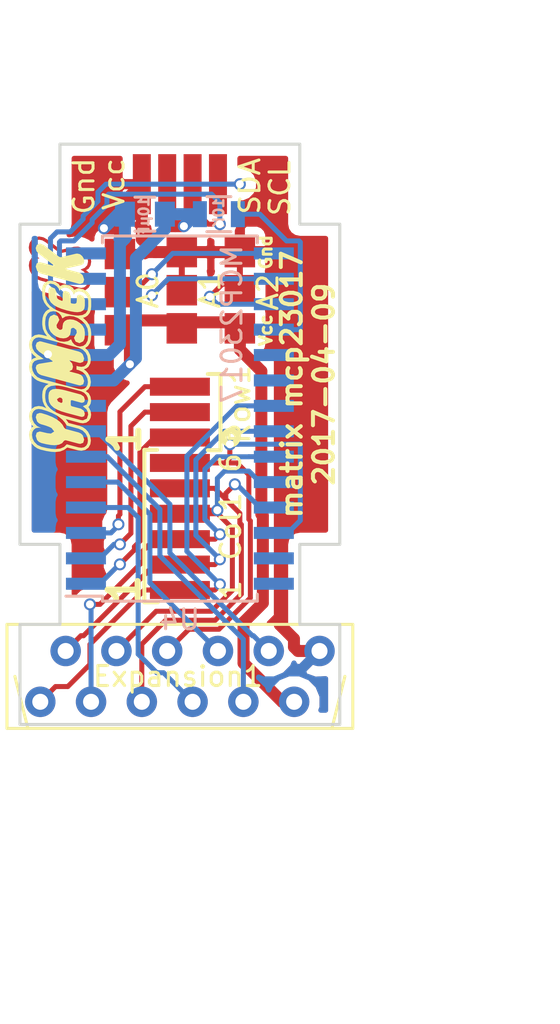
<source format=kicad_pcb>
(kicad_pcb (version 4) (host pcbnew 4.0.5+dfsg1-4)

  (general
    (links 38)
    (no_connects 0)
    (area 41.924999 44.924999 58.075001 74.075001)
    (thickness 1.6)
    (drawings 30)
    (tracks 285)
    (zones 0)
    (modules 11)
    (nets 22)
  )

  (page A4)
  (layers
    (0 F.Cu signal hide)
    (31 B.Cu signal)
    (32 B.Adhes user hide)
    (33 F.Adhes user hide)
    (34 B.Paste user hide)
    (35 F.Paste user hide)
    (36 B.SilkS user)
    (37 F.SilkS user hide)
    (38 B.Mask user hide)
    (39 F.Mask user hide)
    (40 Dwgs.User user)
    (41 Cmts.User user)
    (42 Eco1.User user)
    (43 Eco2.User user)
    (44 Edge.Cuts user)
    (45 Margin user)
    (46 B.CrtYd user hide)
    (47 F.CrtYd user hide)
    (48 B.Fab user)
    (49 F.Fab user hide)
  )

  (setup
    (last_trace_width 0.25)
    (user_trace_width 0.6)
    (trace_clearance 0.2)
    (zone_clearance 0.508)
    (zone_45_only no)
    (trace_min 0.2)
    (segment_width 0.2)
    (edge_width 0.15)
    (via_size 0.6)
    (via_drill 0.4)
    (via_min_size 0.4)
    (via_min_drill 0.3)
    (uvia_size 0.3)
    (uvia_drill 0.1)
    (uvias_allowed no)
    (uvia_min_size 0.2)
    (uvia_min_drill 0.1)
    (pcb_text_width 0.3)
    (pcb_text_size 1.5 1.5)
    (mod_edge_width 0.15)
    (mod_text_size 1 1)
    (mod_text_width 0.15)
    (pad_size 1.6 3.4)
    (pad_drill 0)
    (pad_to_mask_clearance 0.2)
    (aux_axis_origin 50 45)
    (visible_elements FFFFFF7F)
    (pcbplotparams
      (layerselection 0x00030_80000001)
      (usegerberextensions false)
      (excludeedgelayer true)
      (linewidth 0.100000)
      (plotframeref false)
      (viasonmask false)
      (mode 1)
      (useauxorigin false)
      (hpglpennumber 1)
      (hpglpenspeed 20)
      (hpglpendiameter 15)
      (hpglpenoverlay 2)
      (psnegative false)
      (psa4output false)
      (plotreference true)
      (plotvalue true)
      (plotinvisibletext false)
      (padsonsilk false)
      (subtractmaskfromsilk false)
      (outputformat 1)
      (mirror false)
      (drillshape 1)
      (scaleselection 1)
      (outputdirectory ""))
  )

  (net 0 "")
  (net 1 "Net-(Col1-Pad1)")
  (net 2 "Net-(Col1-Pad2)")
  (net 3 "Net-(Col1-Pad3)")
  (net 4 "Net-(Col1-Pad4)")
  (net 5 "Net-(Col1-Pad5)")
  (net 6 "Net-(Col1-Pad6)")
  (net 7 +5V)
  (net 8 GND)
  (net 9 /SCL)
  (net 10 /SDA)
  (net 11 "Net-(Expansion1-Pad7)")
  (net 12 "Net-(Expansion1-Pad8)")
  (net 13 "Net-(Expansion1-Pad9)")
  (net 14 "Net-(Expansion1-Pad10)")
  (net 15 "Net-(R1-Pad1)")
  (net 16 "Net-(Row1-Pad1)")
  (net 17 "Net-(Row1-Pad2)")
  (net 18 "Net-(Row1-Pad3)")
  (net 19 "Net-(A0-Pad2)")
  (net 20 "Net-(A1-Pad2)")
  (net 21 "Net-(A2-Pad2)")

  (net_class Default "This is the default net class."
    (clearance 0.2)
    (trace_width 0.25)
    (via_dia 0.6)
    (via_drill 0.4)
    (uvia_dia 0.3)
    (uvia_drill 0.1)
    (add_net +5V)
    (add_net /SCL)
    (add_net /SDA)
    (add_net GND)
    (add_net "Net-(A0-Pad2)")
    (add_net "Net-(A1-Pad2)")
    (add_net "Net-(A2-Pad2)")
    (add_net "Net-(Col1-Pad1)")
    (add_net "Net-(Col1-Pad2)")
    (add_net "Net-(Col1-Pad3)")
    (add_net "Net-(Col1-Pad4)")
    (add_net "Net-(Col1-Pad5)")
    (add_net "Net-(Col1-Pad6)")
    (add_net "Net-(Expansion1-Pad10)")
    (add_net "Net-(Expansion1-Pad7)")
    (add_net "Net-(Expansion1-Pad8)")
    (add_net "Net-(Expansion1-Pad9)")
    (add_net "Net-(R1-Pad1)")
    (add_net "Net-(Row1-Pad1)")
    (add_net "Net-(Row1-Pad2)")
    (add_net "Net-(Row1-Pad3)")
  )

  (net_class power ""
    (clearance 0.3)
    (trace_width 0.4)
    (via_dia 0.8)
    (via_drill 0.6)
    (uvia_dia 0.3)
    (uvia_drill 0.1)
  )

  (module Resistors_SMD:R_0805 (layer B.Cu) (tedit 58EA47F8) (tstamp 58E67486)
    (at 51.95 48.5 180)
    (descr "Resistor SMD 0805, reflow soldering, Vishay (see dcrcw.pdf)")
    (tags "resistor 0805")
    (path /58E6A84A)
    (attr smd)
    (fp_text reference R1 (at 2.254999 0.065 180) (layer B.Fab)
      (effects (font (size 1 1) (thickness 0.15)) (justify mirror))
    )
    (fp_text value 10K (at 0.004999 0.065 270) (layer B.SilkS)
      (effects (font (size 0.5 0.5) (thickness 0.125)) (justify mirror))
    )
    (fp_line (start -1 -0.625) (end -1 0.625) (layer B.Fab) (width 0.1))
    (fp_line (start 1 -0.625) (end -1 -0.625) (layer B.Fab) (width 0.1))
    (fp_line (start 1 0.625) (end 1 -0.625) (layer B.Fab) (width 0.1))
    (fp_line (start -1 0.625) (end 1 0.625) (layer B.Fab) (width 0.1))
    (fp_line (start -1.6 1) (end 1.6 1) (layer B.CrtYd) (width 0.05))
    (fp_line (start -1.6 -1) (end 1.6 -1) (layer B.CrtYd) (width 0.05))
    (fp_line (start -1.6 1) (end -1.6 -1) (layer B.CrtYd) (width 0.05))
    (fp_line (start 1.6 1) (end 1.6 -1) (layer B.CrtYd) (width 0.05))
    (fp_line (start 0.6 -0.875) (end -0.6 -0.875) (layer B.SilkS) (width 0.15))
    (fp_line (start -0.6 0.875) (end 0.6 0.875) (layer B.SilkS) (width 0.15))
    (pad 1 smd rect (at -0.95 0 180) (size 0.7 1.3) (layers B.Cu B.Paste B.Mask)
      (net 15 "Net-(R1-Pad1)"))
    (pad 2 smd rect (at 0.95 0 180) (size 0.7 1.3) (layers B.Cu B.Paste B.Mask)
      (net 7 +5V))
    (model Resistors_SMD.3dshapes/R_0805.wrl
      (at (xyz 0 0 0))
      (scale (xyz 1 1 1))
      (rotate (xyz 0 0 0))
    )
  )

  (module myComponents:solderPads_4_Grove_I2C (layer F.Cu) (tedit 58E53D59) (tstamp 58E55026)
    (at 50 47 180)
    (path /58E54ECF)
    (fp_text reference I2C1 (at 0.635 2.54 180) (layer F.SilkS) hide
      (effects (font (size 1 1) (thickness 0.15)))
    )
    (fp_text value CONN_01X04 (at 0.635 2.54 180) (layer F.Fab)
      (effects (font (size 1 1) (thickness 0.15)))
    )
    (fp_text user SDA (at -3.5 -0.1 270) (layer F.SilkS)
      (effects (font (size 1 1) (thickness 0.15)))
    )
    (fp_text user SCL (at -5 -0.2 270) (layer F.SilkS)
      (effects (font (size 1 1) (thickness 0.15)))
    )
    (fp_text user Gnd (at 4.8 -0.1 270) (layer F.SilkS)
      (effects (font (size 1 1) (thickness 0.15)))
    )
    (fp_text user Vcc (at 3.3 0 270) (layer F.SilkS)
      (effects (font (size 1 1) (thickness 0.15)))
    )
    (pad 1 smd rect (at -1.905 0 180) (size 0.9 3) (layers F.Cu F.Paste F.Mask)
      (net 9 /SCL))
    (pad 2 smd rect (at -0.635 0 180) (size 0.9 3) (layers F.Cu F.Paste F.Mask)
      (net 10 /SDA))
    (pad 3 smd rect (at 0.635 0 180) (size 0.9 3) (layers F.Cu F.Paste F.Mask)
      (net 7 +5V))
    (pad 4 smd rect (at 1.905 0 180) (size 0.9 3) (layers F.Cu F.Paste F.Mask)
      (net 8 GND))
  )

  (module myComponents:solderPads_6 (layer F.Cu) (tedit 58E54D6B) (tstamp 58E67BBF)
    (at 50 64.107 90)
    (path /58E2887C)
    (fp_text reference Col1 (at 0 2.54 90) (layer F.SilkS)
      (effects (font (size 1 1) (thickness 0.15)))
    )
    (fp_text value CONN_01X06 (at 0.635 -2.54 90) (layer F.Fab)
      (effects (font (size 1 1) (thickness 0.15)))
    )
    (fp_text user 6 (at 3.175 2.54 90) (layer F.SilkS)
      (effects (font (size 1 1) (thickness 0.15)))
    )
    (fp_text user 1 (at -3.175 2.54 90) (layer F.SilkS)
      (effects (font (size 1 1) (thickness 0.15)))
    )
    (pad 1 smd rect (at -3.175 0 90) (size 0.9 3) (layers F.Cu F.Paste F.Mask)
      (net 1 "Net-(Col1-Pad1)"))
    (pad 2 smd rect (at -1.905 0 90) (size 0.9 3) (layers F.Cu F.Paste F.Mask)
      (net 2 "Net-(Col1-Pad2)"))
    (pad 3 smd rect (at -0.635 0 90) (size 0.9 3) (layers F.Cu F.Paste F.Mask)
      (net 3 "Net-(Col1-Pad3)"))
    (pad 4 smd rect (at 0.635 0 90) (size 0.9 3) (layers F.Cu F.Paste F.Mask)
      (net 4 "Net-(Col1-Pad4)"))
    (pad 5 smd rect (at 1.905 0 90) (size 0.9 3) (layers F.Cu F.Paste F.Mask)
      (net 5 "Net-(Col1-Pad5)"))
    (pad 6 smd rect (at 3.175 0 90) (size 0.9 3) (layers F.Cu F.Paste F.Mask)
      (net 6 "Net-(Col1-Pad6)"))
  )

  (module myComponents:solderPads_3 (layer F.Cu) (tedit 58E54DB4) (tstamp 58E67BE6)
    (at 50 58.392 90)
    (path /58E288CF)
    (fp_text reference Row1 (at 0.392 3 90) (layer F.SilkS)
      (effects (font (size 1 1) (thickness 0.15)))
    )
    (fp_text value CONN_01X03 (at 0.635 -2.54 90) (layer F.Fab)
      (effects (font (size 1 1) (thickness 0.15)))
    )
    (fp_circle (center -1.27 2.54) (end -1.27 2.2) (layer F.SilkS) (width 0.3))
    (pad 1 smd rect (at -1.27 0 90) (size 0.9 3) (layers F.Cu F.Paste F.Mask)
      (net 16 "Net-(Row1-Pad1)"))
    (pad 2 smd rect (at 0 0 90) (size 0.9 3) (layers F.Cu F.Paste F.Mask)
      (net 17 "Net-(Row1-Pad2)"))
    (pad 3 smd rect (at 1.27 0 90) (size 0.9 3) (layers F.Cu F.Paste F.Mask)
      (net 18 "Net-(Row1-Pad3)"))
  )

  (module myComponents:microMatch-12_90_THT (layer F.Cu) (tedit 58E6787B) (tstamp 58E67BC0)
    (at 50 71.6)
    (path /58E38DE5)
    (fp_text reference Expansion1 (at -0.1 0) (layer F.SilkS)
      (effects (font (size 1 1) (thickness 0.15)))
    )
    (fp_text value CONN_01X12 (at -2.54 -3.81) (layer F.Fab)
      (effects (font (size 1 1) (thickness 0.15)))
    )
    (fp_line (start 8.255 0) (end 7.62 2.54) (layer F.SilkS) (width 0.15))
    (fp_line (start -8.255 0) (end -7.62 2.54) (layer F.SilkS) (width 0.15))
    (fp_line (start 8.65 -2.6) (end -8.65 -2.6) (layer F.SilkS) (width 0.15))
    (fp_line (start -8.65 2.6) (end -8.65 -2.6) (layer F.SilkS) (width 0.15))
    (fp_line (start -8.65 2.6) (end 8.65 2.6) (layer F.SilkS) (width 0.15))
    (fp_line (start 8.65 -2.6) (end 8.65 2.6) (layer F.SilkS) (width 0.15))
    (pad 1 thru_hole circle (at -6.985 1.27) (size 1.524 1.524) (drill 0.8) (layers *.Cu *.Mask)
      (net 1 "Net-(Col1-Pad1)"))
    (pad 2 thru_hole circle (at -5.715 -1.27) (size 1.524 1.524) (drill 0.8) (layers *.Cu *.Mask)
      (net 2 "Net-(Col1-Pad2)"))
    (pad 3 thru_hole circle (at -4.445 1.27) (size 1.524 1.524) (drill 0.8) (layers *.Cu *.Mask)
      (net 3 "Net-(Col1-Pad3)"))
    (pad 4 thru_hole circle (at -3.175 -1.27) (size 1.524 1.524) (drill 0.8) (layers *.Cu *.Mask)
      (net 4 "Net-(Col1-Pad4)"))
    (pad 5 thru_hole circle (at -1.905 1.27) (size 1.524 1.524) (drill 0.8) (layers *.Cu *.Mask)
      (net 5 "Net-(Col1-Pad5)"))
    (pad 6 thru_hole circle (at -0.635 -1.27) (size 1.524 1.524) (drill 0.8) (layers *.Cu *.Mask)
      (net 6 "Net-(Col1-Pad6)"))
    (pad 7 thru_hole circle (at 0.635 1.27) (size 1.524 1.524) (drill 0.8) (layers *.Cu *.Mask)
      (net 11 "Net-(Expansion1-Pad7)"))
    (pad 8 thru_hole circle (at 1.905 -1.27) (size 1.524 1.524) (drill 0.8) (layers *.Cu *.Mask)
      (net 12 "Net-(Expansion1-Pad8)"))
    (pad 9 thru_hole circle (at 3.175 1.27) (size 1.524 1.524) (drill 0.8) (layers *.Cu *.Mask)
      (net 13 "Net-(Expansion1-Pad9)"))
    (pad 10 thru_hole circle (at 4.445 -1.27) (size 1.524 1.524) (drill 0.8) (layers *.Cu *.Mask)
      (net 14 "Net-(Expansion1-Pad10)"))
    (pad 11 thru_hole circle (at 5.715 1.27) (size 1.524 1.524) (drill 0.8) (layers *.Cu *.Mask)
      (net 7 +5V))
    (pad 12 thru_hole circle (at 6.985 -1.27) (size 1.524 1.524) (drill 0.8) (layers *.Cu *.Mask)
      (net 8 GND))
    (model /mnt/gruscht/projects/keyboard/kicad_boards/myComponents.pretty/3d-models/micro-match_12.wrl
      (at (xyz 0 0 0))
      (scale (xyz 1 1 1))
      (rotate (xyz 0 0 0))
    )
  )

  (module Capacitors_SMD:C_0805 (layer B.Cu) (tedit 58EA4800) (tstamp 58E7B218)
    (at 48.25 48.5 180)
    (descr "Capacitor SMD 0805, reflow soldering, AVX (see smccp.pdf)")
    (tags "capacitor 0805")
    (path /58E7C0BD)
    (attr smd)
    (fp_text reference C1 (at 1.85 -0.1 180) (layer B.Fab)
      (effects (font (size 1 1) (thickness 0.15)) (justify mirror))
    )
    (fp_text value 10µF (at 0.05 -0.1 270) (layer B.SilkS)
      (effects (font (size 0.5 0.5) (thickness 0.125)) (justify mirror))
    )
    (fp_line (start -1 -0.625) (end -1 0.625) (layer B.Fab) (width 0.15))
    (fp_line (start 1 -0.625) (end -1 -0.625) (layer B.Fab) (width 0.15))
    (fp_line (start 1 0.625) (end 1 -0.625) (layer B.Fab) (width 0.15))
    (fp_line (start -1 0.625) (end 1 0.625) (layer B.Fab) (width 0.15))
    (fp_line (start -1.8 1) (end 1.8 1) (layer B.CrtYd) (width 0.05))
    (fp_line (start -1.8 -1) (end 1.8 -1) (layer B.CrtYd) (width 0.05))
    (fp_line (start -1.8 1) (end -1.8 -1) (layer B.CrtYd) (width 0.05))
    (fp_line (start 1.8 1) (end 1.8 -1) (layer B.CrtYd) (width 0.05))
    (fp_line (start 0.5 0.85) (end -0.5 0.85) (layer B.SilkS) (width 0.15))
    (fp_line (start -0.5 -0.85) (end 0.5 -0.85) (layer B.SilkS) (width 0.15))
    (pad 1 smd rect (at -1 0 180) (size 1 1.25) (layers B.Cu B.Paste B.Mask)
      (net 7 +5V))
    (pad 2 smd rect (at 1 0 180) (size 1 1.25) (layers B.Cu B.Paste B.Mask)
      (net 8 GND))
    (model Capacitors_SMD.3dshapes/C_0805.wrl
      (at (xyz 0 0 0))
      (scale (xyz 1 1 1))
      (rotate (xyz 0 0 0))
    )
  )

  (module Housings_SOIC:SOIC-28W_7.5x17.9mm_Pitch1.27mm (layer B.Cu) (tedit 58EA47CE) (tstamp 58E7D073)
    (at 50 58.715)
    (descr "28-Lead Plastic Small Outline (SO) - Wide, 7.50 mm Body [SOIC] (see Microchip Packaging Specification 00000049BS.pdf)")
    (tags "SOIC 1.27")
    (path /58E7C6EE)
    (attr smd)
    (fp_text reference U4 (at 0 10.05) (layer B.SilkS)
      (effects (font (size 1 1) (thickness 0.15)) (justify mirror))
    )
    (fp_text value MCP23017 (at 2.6 -4.715 90) (layer B.SilkS)
      (effects (font (size 1 1) (thickness 0.15)) (justify mirror))
    )
    (fp_line (start -2.75 8.95) (end 3.75 8.95) (layer B.Fab) (width 0.15))
    (fp_line (start 3.75 8.95) (end 3.75 -8.95) (layer B.Fab) (width 0.15))
    (fp_line (start 3.75 -8.95) (end -3.75 -8.95) (layer B.Fab) (width 0.15))
    (fp_line (start -3.75 -8.95) (end -3.75 7.95) (layer B.Fab) (width 0.15))
    (fp_line (start -3.75 7.95) (end -2.75 8.95) (layer B.Fab) (width 0.15))
    (fp_line (start -5.95 9.3) (end -5.95 -9.3) (layer B.CrtYd) (width 0.05))
    (fp_line (start 5.95 9.3) (end 5.95 -9.3) (layer B.CrtYd) (width 0.05))
    (fp_line (start -5.95 9.3) (end 5.95 9.3) (layer B.CrtYd) (width 0.05))
    (fp_line (start -5.95 -9.3) (end 5.95 -9.3) (layer B.CrtYd) (width 0.05))
    (fp_line (start -3.875 9.125) (end -3.875 8.875) (layer B.SilkS) (width 0.15))
    (fp_line (start 3.875 9.125) (end 3.875 8.78) (layer B.SilkS) (width 0.15))
    (fp_line (start 3.875 -9.125) (end 3.875 -8.78) (layer B.SilkS) (width 0.15))
    (fp_line (start -3.875 -9.125) (end -3.875 -8.78) (layer B.SilkS) (width 0.15))
    (fp_line (start -3.875 9.125) (end 3.875 9.125) (layer B.SilkS) (width 0.15))
    (fp_line (start -3.875 -9.125) (end 3.875 -9.125) (layer B.SilkS) (width 0.15))
    (fp_line (start -3.875 8.875) (end -5.7 8.875) (layer B.SilkS) (width 0.15))
    (pad 1 smd rect (at -4.7 8.255) (size 2 0.6) (layers B.Cu B.Paste B.Mask)
      (net 16 "Net-(Row1-Pad1)"))
    (pad 2 smd rect (at -4.7 6.985) (size 2 0.6) (layers B.Cu B.Paste B.Mask)
      (net 17 "Net-(Row1-Pad2)"))
    (pad 3 smd rect (at -4.7 5.715) (size 2 0.6) (layers B.Cu B.Paste B.Mask)
      (net 18 "Net-(Row1-Pad3)"))
    (pad 4 smd rect (at -4.7 4.445) (size 2 0.6) (layers B.Cu B.Paste B.Mask)
      (net 11 "Net-(Expansion1-Pad7)"))
    (pad 5 smd rect (at -4.7 3.175) (size 2 0.6) (layers B.Cu B.Paste B.Mask)
      (net 12 "Net-(Expansion1-Pad8)"))
    (pad 6 smd rect (at -4.7 1.905) (size 2 0.6) (layers B.Cu B.Paste B.Mask)
      (net 13 "Net-(Expansion1-Pad9)"))
    (pad 7 smd rect (at -4.7 0.635) (size 2 0.6) (layers B.Cu B.Paste B.Mask)
      (net 14 "Net-(Expansion1-Pad10)"))
    (pad 8 smd rect (at -4.7 -0.635) (size 2 0.6) (layers B.Cu B.Paste B.Mask))
    (pad 9 smd rect (at -4.7 -1.905) (size 2 0.6) (layers B.Cu B.Paste B.Mask)
      (net 7 +5V))
    (pad 10 smd rect (at -4.7 -3.175) (size 2 0.6) (layers B.Cu B.Paste B.Mask)
      (net 8 GND))
    (pad 11 smd rect (at -4.7 -4.445) (size 2 0.6) (layers B.Cu B.Paste B.Mask))
    (pad 12 smd rect (at -4.7 -5.715) (size 2 0.6) (layers B.Cu B.Paste B.Mask)
      (net 9 /SCL))
    (pad 13 smd rect (at -4.7 -6.985) (size 2 0.6) (layers B.Cu B.Paste B.Mask)
      (net 10 /SDA))
    (pad 14 smd rect (at -4.7 -8.255) (size 2 0.6) (layers B.Cu B.Paste B.Mask))
    (pad 15 smd rect (at 4.7 -8.255) (size 2 0.6) (layers B.Cu B.Paste B.Mask)
      (net 19 "Net-(A0-Pad2)"))
    (pad 16 smd rect (at 4.7 -6.985) (size 2 0.6) (layers B.Cu B.Paste B.Mask)
      (net 20 "Net-(A1-Pad2)"))
    (pad 17 smd rect (at 4.7 -5.715) (size 2 0.6) (layers B.Cu B.Paste B.Mask)
      (net 21 "Net-(A2-Pad2)"))
    (pad 18 smd rect (at 4.7 -4.445) (size 2 0.6) (layers B.Cu B.Paste B.Mask)
      (net 15 "Net-(R1-Pad1)"))
    (pad 19 smd rect (at 4.7 -3.175) (size 2 0.6) (layers B.Cu B.Paste B.Mask))
    (pad 20 smd rect (at 4.7 -1.905) (size 2 0.6) (layers B.Cu B.Paste B.Mask))
    (pad 21 smd rect (at 4.7 -0.635) (size 2 0.6) (layers B.Cu B.Paste B.Mask)
      (net 1 "Net-(Col1-Pad1)"))
    (pad 22 smd rect (at 4.7 0.635) (size 2 0.6) (layers B.Cu B.Paste B.Mask)
      (net 2 "Net-(Col1-Pad2)"))
    (pad 23 smd rect (at 4.7 1.905) (size 2 0.6) (layers B.Cu B.Paste B.Mask)
      (net 3 "Net-(Col1-Pad3)"))
    (pad 24 smd rect (at 4.7 3.175) (size 2 0.6) (layers B.Cu B.Paste B.Mask)
      (net 4 "Net-(Col1-Pad4)"))
    (pad 25 smd rect (at 4.7 4.445) (size 2 0.6) (layers B.Cu B.Paste B.Mask)
      (net 5 "Net-(Col1-Pad5)"))
    (pad 26 smd rect (at 4.7 5.715) (size 2 0.6) (layers B.Cu B.Paste B.Mask)
      (net 6 "Net-(Col1-Pad6)"))
    (pad 27 smd rect (at 4.7 6.985) (size 2 0.6) (layers B.Cu B.Paste B.Mask))
    (pad 28 smd rect (at 4.7 8.255) (size 2 0.6) (layers B.Cu B.Paste B.Mask))
    (model Housings_SOIC.3dshapes/SOIC-28_7.5x17.9mm_Pitch1.27mm.wrl
      (at (xyz 0 0 0))
      (scale (xyz 1 1 1))
      (rotate (xyz 0 0 0))
    )
  )

  (module myComponents:addr_jumper (layer F.Cu) (tedit 58E7D1DA) (tstamp 58E972BE)
    (at 47 52.395 90)
    (path /58E81F3D)
    (fp_text reference A0 (at 0.095 1.4 90) (layer F.SilkS)
      (effects (font (size 1 1) (thickness 0.15)))
    )
    (fp_text value address_sel (at 0 -1.905 90) (layer F.Fab)
      (effects (font (size 1 1) (thickness 0.15)))
    )
    (fp_line (start 0.635 0) (end 1.27 0) (layer F.Cu) (width 0.3))
    (pad 1 smd rect (at -1.905 0 90) (size 1.524 1.524) (layers F.Cu F.Paste F.Mask)
      (net 7 +5V))
    (pad 2 smd rect (at 0 0 90) (size 1.524 1.524) (layers F.Cu F.Paste F.Mask)
      (net 19 "Net-(A0-Pad2)"))
    (pad 3 smd rect (at 1.905 0 90) (size 1.524 1.524) (layers F.Cu F.Paste F.Mask)
      (net 8 GND))
  )

  (module myComponents:addr_jumper (layer F.Cu) (tedit 58E7D1DA) (tstamp 58E972C6)
    (at 50.095 52.3 90)
    (path /58E82010)
    (fp_text reference A1 (at 0 1.405 90) (layer F.SilkS)
      (effects (font (size 1 1) (thickness 0.15)))
    )
    (fp_text value address_sel (at 0 -1.905 90) (layer F.Fab)
      (effects (font (size 1 1) (thickness 0.15)))
    )
    (fp_line (start 0.635 0) (end 1.27 0) (layer F.Cu) (width 0.3))
    (pad 1 smd rect (at -1.905 0 90) (size 1.524 1.524) (layers F.Cu F.Paste F.Mask)
      (net 7 +5V))
    (pad 2 smd rect (at 0 0 90) (size 1.524 1.524) (layers F.Cu F.Paste F.Mask)
      (net 20 "Net-(A1-Pad2)"))
    (pad 3 smd rect (at 1.905 0 90) (size 1.524 1.524) (layers F.Cu F.Paste F.Mask)
      (net 8 GND))
  )

  (module myComponents:addr_jumper (layer F.Cu) (tedit 58E7D1DA) (tstamp 58E972CE)
    (at 53 52.3 90)
    (path /58E82047)
    (fp_text reference A2 (at -0.1 1.4 90) (layer F.SilkS)
      (effects (font (size 1 1) (thickness 0.15)))
    )
    (fp_text value address_sel (at 0 -1.905 90) (layer F.Fab)
      (effects (font (size 1 1) (thickness 0.15)))
    )
    (fp_line (start 0.635 0) (end 1.27 0) (layer F.Cu) (width 0.3))
    (pad 1 smd rect (at -1.905 0 90) (size 1.524 1.524) (layers F.Cu F.Paste F.Mask)
      (net 7 +5V))
    (pad 2 smd rect (at 0 0 90) (size 1.524 1.524) (layers F.Cu F.Paste F.Mask)
      (net 21 "Net-(A2-Pad2)"))
    (pad 3 smd rect (at 1.905 0 90) (size 1.524 1.524) (layers F.Cu F.Paste F.Mask)
      (net 8 GND))
  )

  (module myComponents:logo (layer F.Cu) (tedit 58EA325D) (tstamp 58EA2874)
    (at 44 55 90)
    (descr "Imported from logo.svg")
    (tags svg2mod)
    (attr smd)
    (fp_text reference svg2mod (at 0 -4.613096 90) (layer F.SilkS) hide
      (effects (font (thickness 0.3048)))
    )
    (fp_text value G*** (at 0 4.613096 90) (layer F.SilkS) hide
      (effects (font (thickness 0.3048)))
    )
    (fp_poly (pts (xy -4.527974 -1.547938) (xy -4.527974 -1.398559) (xy -4.387832 -1.377063) (xy -4.273863 -1.31257)
      (xy -4.195325 -1.21165) (xy -4.169132 -1.073342) (xy -4.184015 -0.94987) (xy -4.092443 -1.140424)
      (xy -3.944788 -1.286111) (xy -3.778417 -1.370377) (xy -3.600829 -1.398559) (xy -3.456832 -1.377063)
      (xy -3.339002 -1.31257) (xy -3.260463 -1.208787) (xy -3.234271 -1.069484) (xy -3.253013 -0.934987)
      (xy -3.256871 -0.916246) (xy -3.33836 -0.648877) (xy -3.431136 -0.410815) (xy -3.535201 -0.202057)
      (xy -3.650558 -0.022601) (xy -3.777209 0.127555) (xy -3.915156 0.248412) (xy -4.064401 0.339974)
      (xy -4.221498 0.934735) (xy -4.3112 1.129867) (xy -4.460725 1.282001) (xy -4.629086 1.369131)
      (xy -4.812401 1.398307) (xy -4.954414 1.377804) (xy -5.066511 1.316176) (xy -5.147637 1.210524)
      (xy -5.174549 1.07309) (xy -5.156359 0.934735) (xy -4.999263 0.339974) (xy -5.132185 0.205377)
      (xy -5.211918 0.015944) (xy -5.23849 -0.228329) (xy -5.226401 -0.424869) (xy -5.19018 -0.650521)
      (xy -5.129901 -0.905221) (xy -5.122184 -0.934987) (xy -5.031762 -1.130394) (xy -4.879649 -1.282804)
      (xy -4.711289 -1.369658) (xy -4.527974 -1.398559) (xy -4.527974 -1.547938) (xy -4.757839 -1.511174)
      (xy -4.967292 -1.404071) (xy -5.09977 -1.284547) (xy -5.200417 -1.139996) (xy -5.266602 -0.974675)
      (xy -5.274319 -0.943806) (xy -5.336853 -0.679919) (xy -5.374978 -0.441911) (xy -5.387869 -0.228329)
      (xy -5.360518 0.004594) (xy -5.2827 0.203231) (xy -5.160769 0.366983) (xy -5.300777 0.896701)
      (xy -5.323928 1.07309) (xy -5.282444 1.270369) (xy -5.162974 1.430278) (xy -5.162422 1.430278)
      (xy -5.000698 1.519076) (xy -4.812401 1.547687) (xy -4.582271 1.510573) (xy -4.373082 1.403268)
      (xy -4.242394 1.283596) (xy -4.142859 1.139404) (xy -4.077079 0.974423) (xy -3.933212 0.42872)
      (xy -3.513769 0.056861) (xy -3.427156 -0.153308) (xy -3.328989 -0.331396) (xy -3.219389 -0.477478)
      (xy -3.055268 -0.622171) (xy -2.870385 -0.709156) (xy -2.664866 -0.738203) (xy -2.522652 -0.738203)
      (xy -2.321848 -0.707157) (xy -2.17704 -0.612526) (xy -2.089178 -0.454034) (xy -2.059632 -0.234392)
      (xy -2.069427 -0.082849) (xy -2.09882 0.096486) (xy -2.147826 0.304145) (xy -2.147826 0.30635)
      (xy -2.191844 0.468966) (xy -2.223894 0.585265) (xy -2.287845 0.81374) (xy -2.350122 1.052144)
      (xy -2.420681 1.202734) (xy -2.537535 1.320035) (xy -2.669875 1.387654) (xy -2.812592 1.410434)
      (xy -3.008824 1.343737) (xy -3.095365 1.149158) (xy -3.095365 1.143646) (xy -3.25191 1.325547)
      (xy -3.379311 1.38899) (xy -3.517045 1.410434) (xy -3.720443 1.343737) (xy -3.803125 1.149158)
      (xy -3.788794 1.046081) (xy -3.788794 1.044427) (xy -3.588703 0.299184) (xy -3.513769 0.056861)
      (xy -3.933212 0.42872) (xy -3.741941 0.293672) (xy -3.933212 1.005842) (xy -3.937622 1.040569)
      (xy -3.952505 1.149158) (xy -3.918619 1.318886) (xy -3.815252 1.459492) (xy -3.674471 1.535629)
      (xy -3.517045 1.559813) (xy -3.333882 1.53094) (xy -3.167023 1.448468) (xy -3.137257 1.414844)
      (xy -3.104736 1.45839) (xy -2.969803 1.53404) (xy -2.225812 1.209529) (xy -2.252006 1.07309)
      (xy -2.233264 0.934735) (xy -1.73221 -0.934987) (xy -1.642508 -1.12753) (xy -1.492982 -1.278945)
      (xy -1.317301 -1.368663) (xy -1.134141 -1.398559) (xy -0.960433 -1.367363) (xy -0.843176 -1.273818)
      (xy -0.782466 -1.117991) (xy -0.733959 -0.811515) (xy -0.520639 -1.117991) (xy -0.378996 -1.273818)
      (xy -0.213274 -1.367363) (xy -0.023442 -1.398559) (xy 0.120558 -1.376071) (xy 0.238385 -1.308711)
      (xy 0.316922 -1.203058) (xy 0.343116 -1.065625) (xy 0.324375 -0.934987) (xy -0.17668 0.934735)
      (xy -0.263519 1.129866) (xy -0.412049 1.282001) (xy -0.583273 1.369131) (xy -0.767583 1.398307)
      (xy -0.908719 1.376812) (xy -1.025552 1.312317) (xy -1.104089 1.209529) (xy -1.130283 1.07309)
      (xy -1.111541 0.934735) (xy -1.081776 0.826146) (xy -1.268086 0.826146) (xy -1.294545 0.934735)
      (xy -1.384247 1.129866) (xy -1.533772 1.282001) (xy -1.704997 1.369131) (xy -1.889306 1.398307)
      (xy -2.030442 1.376812) (xy -2.147275 1.312317) (xy -2.225812 1.209529) (xy -2.969803 1.53404)
      (xy -2.812592 1.559813) (xy -2.623431 1.529268) (xy -2.451546 1.442404) (xy -2.34461 1.29082)
      (xy -2.242084 1.428073) (xy -2.077956 1.517902) (xy -1.889306 1.547687) (xy -1.658831 1.51086)
      (xy -1.447783 1.40437) (xy -1.340164 1.308606) (xy -1.253755 1.197665) (xy -1.204698 1.324406)
      (xy -1.120361 1.428073) (xy -0.956232 1.517902) (xy -0.767583 1.547687) (xy -0.083152 1.162309)
      (xy -0.114944 1.006393) (xy -0.089836 0.860008) (xy -0.014072 0.724171) (xy 0.101484 0.620183)
      (xy 0.247204 0.55605) (xy 0.154567 0.400374) (xy 0.123181 0.203272) (xy 0.149998 -0.01726)
      (xy 0.230344 -0.22674) (xy 0.364062 -0.425113) (xy 0.547822 -0.598853) (xy 0.754613 -0.703316)
      (xy 0.983628 -0.738203) (xy 1.126393 -0.738203) (xy 1.355869 -0.707819) (xy 1.527677 -0.614731)
      (xy 1.621854 -0.489832) (xy 1.653354 -0.33306) (xy 1.628645 -0.186523) (xy 1.554687 -0.05194)
      (xy 1.43769 0.053993) (xy 1.291757 0.118937) (xy 1.383805 0.27482) (xy 1.414678 0.473368)
      (xy 1.387573 0.692636) (xy 1.306327 0.901731) (xy 1.171041 1.1001) (xy 0.986629 1.273952)
      (xy 0.781277 1.378696) (xy 0.555334 1.413741) (xy 0.412569 1.413741) (xy 0.183093 1.382806)
      (xy 0.011284 1.289167) (xy -0.083152 1.162309) (xy -0.767583 1.547687) (xy -0.537108 1.51086)
      (xy -0.32606 1.40437) (xy -0.188807 1.263259) (xy -0.087935 1.401063) (xy 0.055992 1.493742)
      (xy 0.224599 1.546438) (xy 0.412569 1.56312) (xy 0.555334 1.56312) (xy 0.760409 1.538625)
      (xy 1.432317 0.911584) (xy 1.442704 0.753739) (xy 1.474282 0.56055) (xy 1.527677 0.332808)
      (xy 1.608172 0.070819) (xy 1.694014 -0.146722) (xy 1.785095 -0.320933) (xy 1.924292 -0.502922)
      (xy 2.084008 -0.633381) (xy 2.264043 -0.711935) (xy 2.464192 -0.738203) (xy 2.748619 -0.738203)
      (xy 2.959183 -0.66434) (xy 3.029739 -0.475825) (xy 2.997586 -0.313222) (xy 2.901857 -0.164388)
      (xy 2.788534 -0.068843) (xy 2.657118 -0.016662) (xy 2.768463 0.046727) (xy 2.838467 0.235794)
      (xy 2.807421 0.397522) (xy 2.71279 0.545577) (xy 2.599466 0.641122) (xy 2.468051 0.693303)
      (xy 2.579396 0.756693) (xy 2.648298 0.945208) (xy 2.616976 1.106937) (xy 2.52207 1.254991)
      (xy 2.365897 1.373458) (xy 2.17756 1.413741) (xy 1.893133 1.413741) (xy 1.692176 1.382423)
      (xy 1.547521 1.287513) (xy 1.460856 1.129811) (xy 1.432317 0.911584) (xy 0.760409 1.538625)
      (xy 0.952584 1.467208) (xy 1.128725 1.351969) (xy 1.285694 1.196011) (xy 1.314908 1.148055)
      (xy 1.362247 1.277136) (xy 1.437278 1.388385) (xy 1.564903 1.48769) (xy 1.719786 1.54482)
      (xy 1.893133 1.56312) (xy 2.17756 1.56312) (xy 2.347751 1.53821) (xy 2.50233 1.466997)
      (xy 2.633415 1.354761) (xy 2.754779 1.162293) (xy 2.797677 0.945208) (xy 2.771503 0.824994)
      (xy 2.710034 0.713147) (xy 2.824136 0.645347) (xy 2.824687 0.644796) (xy 2.945458 0.452276)
      (xy 2.987847 0.235794) (xy 2.961442 0.114636) (xy 2.899652 0.003181) (xy 3.013202 -0.064618)
      (xy 3.013754 -0.065169) (xy 3.135501 -0.257613) (xy 3.179118 -0.475825) (xy 3.151127 -0.632673)
      (xy 3.067222 -0.767969) (xy 2.92066 -0.86018) (xy 2.748619 -0.887583) (xy 2.464192 -0.887583)
      (xy 2.263077 -0.86043) (xy 2.079317 -0.783709) (xy 1.91326 -0.66453) (xy 1.765251 -0.51)
      (xy 1.710012 -0.627648) (xy 1.626345 -0.727179) (xy 1.625794 -0.727179) (xy 1.482014 -0.819271)
      (xy 1.313733 -0.871249) (xy 1.126393 -0.887583) (xy 0.983628 -0.887583) (xy 0.77342 -0.856548)
      (xy 0.579652 -0.771494) (xy 0.401545 -0.644497) (xy 0.468242 -0.894748) (xy 0.492495 -1.065625)
      (xy 0.452379 -1.262342) (xy 0.33595 -1.422261) (xy 0.169544 -1.516551) (xy -0.023442 -1.547938)
      (xy -0.20388 -1.524592) (xy -0.370189 -1.456973) (xy -0.518154 -1.348709) (xy -0.64356 -1.203429)
      (xy -0.65734 -1.183585) (xy -0.709236 -1.32859) (xy -0.801207 -1.445412) (xy -0.955403 -1.524002)
      (xy -1.134141 -1.547938) (xy -1.364161 -1.510249) (xy -1.578421 -1.401866) (xy -1.710314 -1.281637)
      (xy -1.81019 -1.138307) (xy -1.876077 -0.975226) (xy -1.985218 -0.568429) (xy -2.066798 -0.713399)
      (xy -2.194678 -0.812544) (xy -2.349595 -0.869417) (xy -2.522652 -0.887583) (xy -2.664866 -0.887583)
      (xy -2.855619 -0.861243) (xy -3.031858 -0.78897) (xy -3.194033 -0.680877) (xy -3.112453 -0.877661)
      (xy -3.106389 -0.90467) (xy -3.108594 -0.896953) (xy -3.084892 -1.069484) (xy -3.125426 -1.268508)
      (xy -3.244193 -1.428325) (xy -3.409842 -1.518377) (xy -3.600829 -1.547938) (xy -3.824525 -1.511932)
      (xy -4.030226 -1.408481) (xy -4.106845 -1.332964) (xy -4.179606 -1.427773) (xy -4.341137 -1.517929)
      (xy -4.527974 -1.547938)) (layer F.SilkS) (width 0))
    (fp_poly (pts (xy -2.701246 -0.575043) (xy -2.749753 -0.151159) (xy -2.664866 -0.02934) (xy -2.678646 0.067674)
      (xy -2.749753 0.124449) (xy -2.891967 0.124449) (xy -2.937166 0.067674) (xy -2.860496 -0.096403)
      (xy -2.749753 -0.151159) (xy -2.701246 -0.575043) (xy -2.88135 -0.545797) (xy -3.038491 -0.457631)
      (xy -3.173086 -0.309909) (xy -3.266686 -0.147) (xy -3.353027 0.064883) (xy -3.432158 0.325642)
      (xy -3.625083 1.049939) (xy -3.625083 1.051593) (xy -3.633902 1.108919) (xy -3.595868 1.211997)
      (xy -3.479011 1.246172) (xy -3.320812 1.193806) (xy -3.219389 1.046081) (xy -3.219389 1.044427)
      (xy -3.100877 0.597943) (xy -3.073868 0.554397) (xy -3.029219 0.540065) (xy -2.842909 0.540065)
      (xy -2.801567 0.558255) (xy -2.79826 0.605108) (xy -2.918976 1.049939) (xy -2.918976 1.051593)
      (xy -2.926142 1.108919) (xy -2.888659 1.211997) (xy -2.772904 1.246172) (xy -2.616359 1.193806)
      (xy -2.513833 1.044427) (xy -2.322561 0.332808) (xy -2.320908 0.332808) (xy -2.3176 0.320681)
      (xy -2.26857 0.115224) (xy -2.238852 -0.059014) (xy -2.228855 -0.201871) (xy -2.249907 -0.366743)
      (xy -2.312088 -0.482991) (xy -2.4151 -0.552029) (xy -2.560686 -0.575043) (xy -2.701246 -0.575043)) (layer F.SilkS) (width 0))
    (fp_poly (pts (xy 0.94601 -0.574909) (xy 1.088487 -0.574909) (xy 1.265989 -0.552729) (xy 1.394406 -0.488189)
      (xy 1.484465 -0.300921) (xy 1.405361 -0.10984) (xy 1.219522 -0.028837) (xy 1.095629 -0.093648)
      (xy 0.958394 -0.171323) (xy 0.825448 -0.151312) (xy 0.721096 -0.023607) (xy 0.726323 0.060734)
      (xy 0.765875 0.11315) (xy 0.818291 0.127443) (xy 0.904541 0.131283) (xy 1.053498 0.16008)
      (xy 1.158521 0.239452) (xy 1.222986 0.35506) (xy 1.244772 0.500578) (xy 1.224757 0.673628)
      (xy 1.164398 0.838467) (xy 1.063221 0.995671) (xy 0.923495 1.134523) (xy 0.766125 1.217978)
      (xy 0.591 1.24584) (xy 0.449 1.24584) (xy 0.27224 1.223919) (xy 0.14451 1.159589)
      (xy 0.054452 0.972321) (xy 0.130217 0.783147) (xy 0.31939 0.698325) (xy 0.438041 0.765035)
      (xy 0.571464 0.8408) (xy 0.713464 0.820789) (xy 0.818296 0.693085) (xy 0.812536 0.608743)
      (xy 0.772984 0.558237) (xy 0.721048 0.543943) (xy 0.634317 0.540103) (xy 0.484464 0.510378)
      (xy 0.377002 0.428601) (xy 0.313976 0.314437) (xy 0.292181 0.168902) (xy 0.312683 -0.004106)
      (xy 0.373954 -0.168952) (xy 0.475637 -0.326191) (xy 0.614856 -0.464676) (xy 0.771291 -0.54744)
      (xy 0.945952 -0.574929) (xy 0.94601 -0.574909)) (layer F.SilkS) (width 0))
    (fp_poly (pts (xy 2.428424 -0.574909) (xy 2.710995 -0.574909) (xy 2.824404 -0.540605) (xy 2.862046 -0.435773)
      (xy 2.784852 -0.254223) (xy 2.595677 -0.171311) (xy 2.457013 -0.171311) (xy 2.298334 -0.136996)
      (xy 2.230542 -0.055133) (xy 2.172536 0.086486) (xy 2.170616 0.091713) (xy 2.172536 0.122209)
      (xy 2.201123 0.135073) (xy 2.519908 0.135073) (xy 2.633317 0.170817) (xy 2.67144 0.275169)
      (xy 2.593765 0.45529) (xy 2.402684 0.540111) (xy 2.091524 0.540111) (xy 2.060548 0.549178)
      (xy 2.042916 0.572527) (xy 2.039076 0.579674) (xy 2.022873 0.714526) (xy 2.033838 0.783145)
      (xy 2.07339 0.826505) (xy 2.188706 0.840798) (xy 2.330706 0.840798) (xy 2.444115 0.877011)
      (xy 2.482237 0.981363) (xy 2.404563 1.161485) (xy 2.215388 1.245826) (xy 1.930912 1.245826)
      (xy 1.786269 1.223002) (xy 1.684556 1.154338) (xy 1.62278 1.038128) (xy 1.601644 0.873197)
      (xy 1.61156 0.727582) (xy 1.641489 0.548667) (xy 1.691703 0.336647) (xy 1.773843 0.071344)
      (xy 1.861458 -0.143031) (xy 1.95426 -0.30664) (xy 2.090206 -0.457668) (xy 2.24789 -0.548138)
      (xy 2.42791 -0.578251) (xy 2.428424 -0.574909)) (layer F.SilkS) (width 0))
    (fp_poly (pts (xy -1.186372 -1.215338) (xy -1.042282 -1.173296) (xy -0.976708 -1.04713) (xy -0.86854 -0.374299)
      (xy -0.857106 -0.366725) (xy -0.838524 -0.374299) (xy -0.371068 -1.04713) (xy -0.235666 -1.173297)
      (xy -0.068485 -1.215338) (xy 0.084951 -1.159114) (xy 0.148802 -1.013301) (xy 0.137367 -0.935157)
      (xy -0.363445 0.934666) (xy -0.415022 1.051375) (xy -0.502108 1.140042) (xy -0.715109 1.211039)
      (xy -0.880569 1.162437) (xy -0.935733 1.016623) (xy -0.924298 0.93466) (xy -0.804695 0.497225)
      (xy -0.808535 0.478163) (xy -0.823788 0.485737) (xy -0.95919 0.611904) (xy -1.126372 0.653945)
      (xy -1.273065 0.611903) (xy -1.339371 0.485737) (xy -1.354624 0.478163) (xy -1.365579 0.497225)
      (xy -1.481371 0.93466) (xy -1.535785 1.051369) (xy -1.623847 1.140036) (xy -1.836847 1.211034)
      (xy -2.002308 1.162432) (xy -2.057471 1.016618) (xy -2.046037 0.934655) (xy -1.545225 -0.935168)
      (xy -1.491047 -1.049035) (xy -1.403226 -1.136732) (xy -1.186414 -1.215356) (xy -1.186372 -1.215338)) (layer F.SilkS) (width 0))
    (fp_poly (pts (xy 3.955243 1.061664) (xy 3.790732 0.340051) (xy 3.7683 0.313875) (xy 3.745879 0.347529)
      (xy 3.588845 0.934541) (xy 3.534633 1.051383) (xy 3.446768 1.140182) (xy 3.233652 1.211222)
      (xy 3.068206 1.162617) (xy 3.013058 1.016799) (xy 3.024268 0.934538) (xy 3.525278 -0.934928)
      (xy 3.580426 -1.052705) (xy 3.671095 -1.144308) (xy 3.880472 -1.211604) (xy 4.045917 -1.162998)
      (xy 4.101065 -1.017179) (xy 4.08611 -0.934928) (xy 3.929076 -0.347915) (xy 3.936542 -0.314261)
      (xy 3.970196 -0.340427) (xy 4.52355 -1.062041) (xy 4.653476 -1.177013) (xy 4.803966 -1.215337)
      (xy 4.968476 -1.155518) (xy 5.035772 -1.005961) (xy 4.960999 -0.807796) (xy 4.370256 -0.041317)
      (xy 4.347824 0.040944) (xy 4.527289 0.807424) (xy 4.531022 0.870987) (xy 4.500177 1.000915)
      (xy 4.407639 1.114018) (xy 4.284256 1.18973) (xy 4.153396 1.214967) (xy 4.023469 1.176643)
      (xy 3.955235 1.06167) (xy 3.955243 1.061664)) (layer F.SilkS) (width 0))
    (fp_poly (pts (xy -4.169021 0.209188) (xy -4.232584 0.276484) (xy -4.408312 0.934535) (xy -4.462524 1.051377)
      (xy -4.550389 1.140177) (xy -4.763504 1.211217) (xy -4.926147 1.162611) (xy -4.980361 1.016793)
      (xy -4.96915 0.934542) (xy -4.797162 0.283968) (xy -4.819583 0.209184) (xy -4.94629 0.106156)
      (xy -5.022315 -0.053371) (xy -5.047656 -0.269398) (xy -5.035193 -0.456345) (xy -4.997804 -0.678188)
      (xy -4.935488 -0.934929) (xy -4.880341 -1.052705) (xy -4.789673 -1.144307) (xy -4.580296 -1.211603)
      (xy -4.41485 -1.162997) (xy -4.359701 -1.017179) (xy -4.374655 -0.934917) (xy -4.441951 -0.644216)
      (xy -4.464383 -0.452595) (xy -4.35969 -0.288082) (xy -4.187702 -0.422684) (xy -4.12871 -0.542745)
      (xy -4.066396 -0.713489) (xy -4.000758 -0.934917) (xy -4.004491 -0.934917) (xy -3.950279 -1.052694)
      (xy -3.862414 -1.144298) (xy -3.649298 -1.211594) (xy -3.486657 -1.162987) (xy -3.432443 -1.017168)
      (xy -3.443654 -0.934917) (xy -3.43992 -0.934917) (xy -3.531835 -0.636218) (xy -3.635589 -0.380724)
      (xy -3.751182 -0.168435) (xy -3.878616 0.000647) (xy -4.017889 0.126525) (xy -4.169002 0.209197)
      (xy -4.169021 0.209188)) (layer F.SilkS) (width 0))
    (fp_poly (pts (xy 4.849469 -1.565096) (xy 4.269403 -1.184452) (xy 4.288094 -1.024728) (xy 4.377683 -1.14052)
      (xy 4.517709 -1.283795) (xy 4.673542 -1.369697) (xy 4.845139 -1.398312) (xy 4.845141 -1.398312)
      (xy 4.99284 -1.37304) (xy 5.114369 -1.297292) (xy 5.198398 -1.186229) (xy 5.226348 -1.047124)
      (xy 5.194513 -0.8872) (xy 5.09912 -0.721668) (xy 4.542081 0.003579) (xy 4.710289 0.728827)
      (xy 4.721545 0.890021) (xy 4.675505 1.044571) (xy 4.572101 1.192471) (xy 4.434993 1.310963)
      (xy 4.287901 1.382174) (xy 4.130853 1.405947) (xy 3.95052 1.36436) (xy 3.818348 1.239649)
      (xy 3.734396 1.031887) (xy 3.632515 1.191611) (xy 3.491378 1.312074) (xy 3.340945 1.379539)
      (xy 3.181169 1.402134) (xy 3.040854 1.380509) (xy 2.926713 1.315887) (xy 2.842679 1.210267)
      (xy 2.814733 1.072867) (xy 2.833313 0.938491) (xy 3.334601 -0.931332) (xy 3.425266 -1.123678)
      (xy 3.577622 -1.274896) (xy 3.748578 -1.364848) (xy 3.93262 -1.394976) (xy 4.077646 -1.372381)
      (xy 4.190889 -1.304916) (xy 4.269403 -1.184452) (xy 4.849469 -1.565096) (xy 4.671801 -1.535847)
      (xy 4.509089 -1.456195) (xy 4.361523 -1.338277) (xy 4.303869 -1.428337) (xy 4.134262 -1.528135)
      (xy 3.936474 -1.559854) (xy 3.701439 -1.52161) (xy 3.486173 -1.41023) (xy 3.352185 -1.289699)
      (xy 3.249763 -1.144163) (xy 3.182161 -0.978036) (xy 2.681348 0.893217) (xy 2.656092 1.069526)
      (xy 2.702513 1.27506) (xy 2.83097 1.43882) (xy 2.996683 1.529746) (xy 3.185494 1.559378)
      (xy 3.388963 1.531604) (xy 3.580044 1.447874) (xy 3.703937 1.305874) (xy 3.768747 1.428337)
      (xy 3.936398 1.530753) (xy 4.132801 1.565096) (xy 4.336492 1.533412) (xy 4.525196 1.442854)
      (xy 4.692699 1.300157) (xy 4.819928 1.113438) (xy 4.881418 0.906454) (xy 4.869427 0.691656)
      (xy 4.717896 0.039791) (xy 5.229191 -0.62494) (xy 5.345838 -0.829642) (xy 5.387869 -1.046174)
      (xy 5.345095 -1.248432) (xy 5.223949 -1.415469) (xy 5.222029 -1.415469) (xy 5.049702 -1.523063)
      (xy 4.845618 -1.561278) (xy 4.849469 -1.565096)) (layer F.Mask) (width 0))
    (fp_poly (pts (xy 4.849469 -1.565096) (xy 4.269403 -1.184452) (xy 4.288094 -1.024728) (xy 4.377683 -1.14052)
      (xy 4.517709 -1.283795) (xy 4.673542 -1.369697) (xy 4.845139 -1.398312) (xy 4.845141 -1.398312)
      (xy 4.99284 -1.37304) (xy 5.114369 -1.297292) (xy 5.198398 -1.186229) (xy 5.226348 -1.047124)
      (xy 5.194513 -0.8872) (xy 5.09912 -0.721668) (xy 4.542081 0.003579) (xy 4.710289 0.728827)
      (xy 4.721545 0.890021) (xy 4.675505 1.044571) (xy 4.572101 1.192471) (xy 4.434993 1.310963)
      (xy 4.287901 1.382174) (xy 4.130853 1.405947) (xy 3.95052 1.36436) (xy 3.818348 1.239649)
      (xy 3.734396 1.031887) (xy 3.632515 1.191611) (xy 3.491378 1.312074) (xy 3.340945 1.379539)
      (xy 3.181169 1.402134) (xy 3.040854 1.380509) (xy 2.926713 1.315887) (xy 2.842679 1.210267)
      (xy 2.814733 1.072867) (xy 2.833313 0.938491) (xy 3.334601 -0.931332) (xy 3.425266 -1.123678)
      (xy 3.577622 -1.274896) (xy 3.748578 -1.364848) (xy 3.93262 -1.394976) (xy 4.077646 -1.372381)
      (xy 4.190889 -1.304916) (xy 4.269403 -1.184452) (xy 4.849469 -1.565096) (xy 4.671801 -1.535847)
      (xy 4.509089 -1.456195) (xy 4.361523 -1.338277) (xy 4.303869 -1.428337) (xy 4.134262 -1.528135)
      (xy 3.936474 -1.559854) (xy 3.701439 -1.52161) (xy 3.486173 -1.41023) (xy 3.352185 -1.289699)
      (xy 3.249763 -1.144163) (xy 3.182161 -0.978036) (xy 2.681348 0.893217) (xy 2.656092 1.069526)
      (xy 2.702513 1.27506) (xy 2.83097 1.43882) (xy 2.996683 1.529746) (xy 3.185494 1.559378)
      (xy 3.388963 1.531604) (xy 3.580044 1.447874) (xy 3.703937 1.305874) (xy 3.768747 1.428337)
      (xy 3.936398 1.530753) (xy 4.132801 1.565096) (xy 4.336492 1.533412) (xy 4.525196 1.442854)
      (xy 4.692699 1.300157) (xy 4.819928 1.113438) (xy 4.881418 0.906454) (xy 4.869427 0.691656)
      (xy 4.717896 0.039791) (xy 5.229191 -0.62494) (xy 5.345838 -0.829642) (xy 5.387869 -1.046174)
      (xy 5.345095 -1.248432) (xy 5.223949 -1.415469) (xy 5.222029 -1.415469) (xy 5.049702 -1.523063)
      (xy 4.845618 -1.561278) (xy 4.849469 -1.565096)) (layer F.Cu) (width 0))
  )

  (gr_text "matrix mcp23017\n2017-04-09" (at 56.4 57 90) (layer F.SilkS)
    (effects (font (size 1 1) (thickness 0.2)))
  )
  (gr_text Vcc (at 54.3 54.3 90) (layer F.SilkS) (tstamp 58E9717D)
    (effects (font (size 0.6 0.6) (thickness 0.15)))
  )
  (gr_text Gnd (at 54.3 50.4 90) (layer F.SilkS)
    (effects (font (size 0.6 0.6) (thickness 0.15)))
  )
  (gr_text 1 (at 47.206 67.262828 90) (layer F.SilkS) (tstamp 58E67953)
    (effects (font (size 1.5 1.5) (thickness 0.3)))
  )
  (gr_text 1 (at 47.244 59.747 90) (layer F.SilkS)
    (effects (font (size 1.5 1.5) (thickness 0.3)))
  )
  (gr_line (start 48.222 60.277828) (end 48.857 60.277828) (layer F.SilkS) (width 0.2))
  (gr_line (start 48.222 67.897828) (end 48.222 60.277828) (layer F.SilkS) (width 0.2))
  (gr_line (start 48.895 67.897828) (end 48.26 67.897828) (layer F.SilkS) (width 0.2))
  (gr_line (start 52.032 56.4866) (end 51.397 56.4866) (layer F.SilkS) (width 0.2))
  (gr_line (start 52.032 60.2966) (end 52.032 56.4866) (layer F.SilkS) (width 0.2))
  (gr_line (start 51.397 60.2966) (end 52.032 60.2966) (layer F.SilkS) (width 0.2))
  (gr_line (start 44 49) (end 42 49) (layer Edge.Cuts) (width 0.15))
  (gr_line (start 44 45) (end 44 49) (layer Edge.Cuts) (width 0.15))
  (gr_line (start 56 49) (end 56 45) (layer Edge.Cuts) (width 0.15))
  (gr_line (start 58 49) (end 56 49) (layer Edge.Cuts) (width 0.15))
  (dimension 16 (width 0.3) (layer Eco2.User)
    (gr_text "16.000 mm" (at 50 39.65) (layer Eco2.User) (tstamp 58E63689)
      (effects (font (size 1.5 1.5) (thickness 0.3)))
    )
    (feature1 (pts (xy 42 44) (xy 42 38.3)))
    (feature2 (pts (xy 58 44) (xy 58 38.3)))
    (crossbar (pts (xy 58 41) (xy 42 41)))
    (arrow1a (pts (xy 42 41) (xy 43.126504 40.413579)))
    (arrow1b (pts (xy 42 41) (xy 43.126504 41.586421)))
    (arrow2a (pts (xy 58 41) (xy 56.873496 40.413579)))
    (arrow2b (pts (xy 58 41) (xy 56.873496 41.586421)))
  )
  (dimension 4 (width 0.3) (layer Eco2.User)
    (gr_text "4.000 mm" (at 66.35 67 270) (layer Eco2.User) (tstamp 58E63687)
      (effects (font (size 1.5 1.5) (thickness 0.3)))
    )
    (feature1 (pts (xy 63.5 69) (xy 67.7 69)))
    (feature2 (pts (xy 63.5 65) (xy 67.7 65)))
    (crossbar (pts (xy 65 65) (xy 65 69)))
    (arrow1a (pts (xy 65 69) (xy 64.413579 67.873496)))
    (arrow1b (pts (xy 65 69) (xy 65.586421 67.873496)))
    (arrow2a (pts (xy 65 65) (xy 64.413579 66.126504)))
    (arrow2b (pts (xy 65 65) (xy 65.586421 66.126504)))
  )
  (dimension 20 (width 0.3) (layer Eco2.User)
    (gr_text "20.000 mm" (at 63.35 55 90) (layer Eco2.User) (tstamp 58E882C8)
      (effects (font (size 1.5 1.5) (thickness 0.3)))
    )
    (feature1 (pts (xy 60.5 45) (xy 64.7 45)))
    (feature2 (pts (xy 60.5 65) (xy 64.7 65)))
    (crossbar (pts (xy 62 65) (xy 62 45)))
    (arrow1a (pts (xy 62 45) (xy 62.586421 46.126504)))
    (arrow1b (pts (xy 62 45) (xy 61.413579 46.126504)))
    (arrow2a (pts (xy 62 65) (xy 62.586421 63.873496)))
    (arrow2b (pts (xy 62 65) (xy 61.413579 63.873496)))
  )
  (gr_line (start 42 49) (end 42 65) (layer Edge.Cuts) (width 0.15))
  (gr_line (start 58 65) (end 58 49) (layer Edge.Cuts) (width 0.15))
  (gr_line (start 56 65) (end 58 65) (layer Edge.Cuts) (width 0.15))
  (gr_line (start 56 65) (end 56 69) (layer Edge.Cuts) (width 0.15))
  (gr_line (start 58 69) (end 56 69) (layer Edge.Cuts) (width 0.15))
  (gr_line (start 44 65) (end 42 65) (layer Edge.Cuts) (width 0.15))
  (gr_line (start 44 65) (end 44 69) (layer Edge.Cuts) (width 0.15))
  (gr_line (start 42 69) (end 44 69) (layer Edge.Cuts) (width 0.15))
  (gr_line (start 56 45) (end 44 45) (layer Edge.Cuts) (width 0.15))
  (gr_line (start 58 74) (end 58 69) (layer Edge.Cuts) (width 0.15))
  (gr_line (start 42 74) (end 58 74) (layer Edge.Cuts) (width 0.15))
  (gr_line (start 42 74) (end 42 69) (layer Edge.Cuts) (width 0.15))

  (segment (start 43.015 72.87) (end 43.776999 72.108001) (width 0.25) (layer F.Cu) (net 1))
  (segment (start 43.776999 72.108001) (end 44.391999 72.108001) (width 0.25) (layer F.Cu) (net 1))
  (segment (start 44.391999 72.108001) (end 45.5 71) (width 0.25) (layer F.Cu) (net 1))
  (segment (start 45.5 71) (end 45.5 70) (width 0.25) (layer F.Cu) (net 1))
  (segment (start 45.5 70) (end 48.218 67.282) (width 0.25) (layer F.Cu) (net 1))
  (segment (start 48.218 67.282) (end 50 67.282) (width 0.25) (layer F.Cu) (net 1))
  (segment (start 51.75 67.282) (end 52 67.032) (width 0.25) (layer F.Cu) (net 1))
  (segment (start 50 67.282) (end 51.75 67.282) (width 0.25) (layer F.Cu) (net 1))
  (segment (start 52.858588 58.08) (end 50.34998 60.588608) (width 0.25) (layer B.Cu) (net 1))
  (segment (start 50.34998 60.588608) (end 50.34998 65.34998) (width 0.25) (layer B.Cu) (net 1))
  (segment (start 54.7 58.08) (end 52.858588 58.08) (width 0.25) (layer B.Cu) (net 1))
  (via (at 52 67) (size 0.6) (drill 0.4) (layers F.Cu B.Cu) (net 1))
  (segment (start 51.700001 66.700001) (end 52 67) (width 0.25) (layer B.Cu) (net 1))
  (segment (start 50.34998 65.34998) (end 51.700001 66.700001) (width 0.25) (layer B.Cu) (net 1))
  (segment (start 52 67.032) (end 52 67) (width 0.25) (layer F.Cu) (net 1))
  (segment (start 52 65.762) (end 52 65.75) (width 0.25) (layer F.Cu) (net 2))
  (segment (start 51.75 66.012) (end 52 65.762) (width 0.25) (layer F.Cu) (net 2))
  (segment (start 50 66.012) (end 51.75 66.012) (width 0.25) (layer F.Cu) (net 2))
  (segment (start 51.700001 65.450001) (end 52 65.75) (width 0.25) (layer B.Cu) (net 2))
  (segment (start 50.799989 64.549989) (end 51.700001 65.450001) (width 0.25) (layer B.Cu) (net 2))
  (segment (start 50.799989 60.775009) (end 50.799989 64.549989) (width 0.25) (layer B.Cu) (net 2))
  (segment (start 52.224998 59.35) (end 50.799989 60.775009) (width 0.25) (layer B.Cu) (net 2))
  (segment (start 54.7 59.35) (end 52.224998 59.35) (width 0.25) (layer B.Cu) (net 2))
  (via (at 52 65.75) (size 0.6) (drill 0.4) (layers F.Cu B.Cu) (net 2))
  (segment (start 48.734998 66.012) (end 50 66.012) (width 0.25) (layer F.Cu) (net 2))
  (segment (start 45.178997 69.568001) (end 48.734998 66.012) (width 0.25) (layer F.Cu) (net 2))
  (segment (start 45.046999 69.568001) (end 45.178997 69.568001) (width 0.25) (layer F.Cu) (net 2))
  (segment (start 44.285 70.33) (end 45.046999 69.568001) (width 0.25) (layer F.Cu) (net 2))
  (segment (start 51.758 64.742) (end 52 64.5) (width 0.25) (layer F.Cu) (net 3))
  (segment (start 51.700001 64.200001) (end 52 64.5) (width 0.25) (layer B.Cu) (net 3))
  (segment (start 51.249999 63.749999) (end 51.700001 64.200001) (width 0.25) (layer B.Cu) (net 3))
  (segment (start 51.249999 61.238591) (end 51.249999 63.749999) (width 0.25) (layer B.Cu) (net 3))
  (segment (start 53.45 60.62) (end 53.444999 60.625001) (width 0.25) (layer B.Cu) (net 3))
  (segment (start 50 64.742) (end 51.758 64.742) (width 0.25) (layer F.Cu) (net 3))
  (via (at 52 64.5) (size 0.6) (drill 0.4) (layers F.Cu B.Cu) (net 3))
  (segment (start 53.444999 60.625001) (end 51.863589 60.625001) (width 0.25) (layer B.Cu) (net 3))
  (segment (start 51.863589 60.625001) (end 51.249999 61.238591) (width 0.25) (layer B.Cu) (net 3))
  (segment (start 54.7 60.62) (end 53.45 60.62) (width 0.25) (layer B.Cu) (net 3))
  (segment (start 46.000002 67.999998) (end 45.924264 67.999998) (width 0.25) (layer F.Cu) (net 3))
  (segment (start 48.174999 65.825001) (end 46.000002 67.999998) (width 0.25) (layer F.Cu) (net 3))
  (segment (start 48.174999 65.301999) (end 48.174999 65.825001) (width 0.25) (layer F.Cu) (net 3))
  (segment (start 45.924264 67.999998) (end 45.5 67.999998) (width 0.25) (layer F.Cu) (net 3))
  (segment (start 48.476998 65) (end 48.174999 65.301999) (width 0.25) (layer F.Cu) (net 3))
  (segment (start 49.742 65) (end 48.476998 65) (width 0.25) (layer F.Cu) (net 3))
  (segment (start 45.555 68.054998) (end 45.5 67.999998) (width 0.25) (layer B.Cu) (net 3))
  (segment (start 45.555 72.87) (end 45.555 68.054998) (width 0.25) (layer B.Cu) (net 3))
  (via (at 45.5 67.999998) (size 0.6) (drill 0.4) (layers F.Cu B.Cu) (net 3))
  (segment (start 50 63.472) (end 51.897002 63.472) (width 0.25) (layer F.Cu) (net 4))
  (segment (start 51.897002 63.472) (end 52.625001 64.199999) (width 0.25) (layer F.Cu) (net 4))
  (segment (start 48.812022 68.342978) (end 47.586999 69.568001) (width 0.25) (layer F.Cu) (net 4))
  (segment (start 51.582024 68.342978) (end 48.812022 68.342978) (width 0.25) (layer F.Cu) (net 4))
  (segment (start 47.586999 69.568001) (end 46.825 70.33) (width 0.25) (layer F.Cu) (net 4))
  (segment (start 52.625001 67.300001) (end 51.582024 68.342978) (width 0.25) (layer F.Cu) (net 4))
  (segment (start 52.625001 64.199999) (end 52.625001 67.300001) (width 0.25) (layer F.Cu) (net 4))
  (segment (start 53.45 61.34) (end 52.234974 61.34) (width 0.25) (layer B.Cu) (net 4))
  (segment (start 51.874975 61.699999) (end 51.874975 62.868653) (width 0.25) (layer B.Cu) (net 4))
  (segment (start 51.874975 62.868653) (end 51.875 62.868678) (width 0.25) (layer B.Cu) (net 4))
  (segment (start 54.7 61.89) (end 54 61.89) (width 0.25) (layer B.Cu) (net 4))
  (segment (start 52.234974 61.34) (end 51.874975 61.699999) (width 0.25) (layer B.Cu) (net 4))
  (segment (start 51.875 62.868678) (end 51.875 63.292942) (width 0.25) (layer B.Cu) (net 4))
  (segment (start 54 61.89) (end 53.45 61.34) (width 0.25) (layer B.Cu) (net 4))
  (segment (start 51.875 63.292942) (end 50.179058 63.292942) (width 0.25) (layer F.Cu) (net 4))
  (segment (start 50.179058 63.292942) (end 50 63.472) (width 0.25) (layer F.Cu) (net 4))
  (via (at 51.875 63.292942) (size 0.6) (drill 0.4) (layers F.Cu B.Cu) (net 4))
  (segment (start 53 63.452) (end 52.298 62.75) (width 0.25) (layer F.Cu) (net 5))
  (segment (start 49.293249 68.792989) (end 51.768424 68.792989) (width 0.25) (layer F.Cu) (net 5))
  (segment (start 51.768424 68.792989) (end 53.075012 67.486401) (width 0.25) (layer F.Cu) (net 5))
  (segment (start 53 63.938587) (end 53 63.452) (width 0.25) (layer F.Cu) (net 5))
  (segment (start 48.095 72.87) (end 48.095 69.991238) (width 0.25) (layer F.Cu) (net 5))
  (segment (start 53.075012 64.013599) (end 53 63.938587) (width 0.25) (layer F.Cu) (net 5))
  (segment (start 53.075012 67.486401) (end 53.075012 64.013599) (width 0.25) (layer F.Cu) (net 5))
  (segment (start 48.095 69.991238) (end 49.293249 68.792989) (width 0.25) (layer F.Cu) (net 5))
  (segment (start 52.84 62) (end 52.749992 62) (width 0.25) (layer B.Cu) (net 5))
  (via (at 52.749992 62) (size 0.6) (drill 0.4) (layers F.Cu B.Cu) (net 5))
  (segment (start 52.298 62.75) (end 52.298 62.451992) (width 0.25) (layer F.Cu) (net 5))
  (segment (start 54 63.16) (end 52.84 62) (width 0.25) (layer B.Cu) (net 5))
  (segment (start 52.449993 62.299999) (end 52.749992 62) (width 0.25) (layer F.Cu) (net 5))
  (segment (start 52.298 62.451992) (end 52.449993 62.299999) (width 0.25) (layer F.Cu) (net 5))
  (segment (start 54.7 63.16) (end 54 63.16) (width 0.25) (layer B.Cu) (net 5))
  (segment (start 52.298 62.75) (end 51.75 62.202) (width 0.25) (layer F.Cu) (net 5))
  (segment (start 51.75 62.202) (end 50 62.202) (width 0.25) (layer F.Cu) (net 5))
  (segment (start 49.365 70.33) (end 50.452001 69.242999) (width 0.25) (layer F.Cu) (net 6))
  (segment (start 53.450011 61.525007) (end 52.857004 60.932) (width 0.25) (layer F.Cu) (net 6))
  (segment (start 53.525023 63.827199) (end 53.450011 63.752187) (width 0.25) (layer F.Cu) (net 6))
  (segment (start 53.525023 67.672801) (end 53.525023 63.827199) (width 0.25) (layer F.Cu) (net 6))
  (segment (start 51.954825 69.242999) (end 53.525023 67.672801) (width 0.25) (layer F.Cu) (net 6))
  (segment (start 53.450011 63.752187) (end 53.450011 61.525007) (width 0.25) (layer F.Cu) (net 6))
  (segment (start 52.857004 60.932) (end 52.25 60.932) (width 0.25) (layer F.Cu) (net 6))
  (segment (start 50.452001 69.242999) (end 51.954825 69.242999) (width 0.25) (layer F.Cu) (net 6))
  (segment (start 52.924264 60) (end 52.5 60) (width 0.25) (layer B.Cu) (net 6))
  (segment (start 55.960001 59.994999) (end 52.929265 59.994999) (width 0.25) (layer B.Cu) (net 6))
  (segment (start 52.929265 59.994999) (end 52.924264 60) (width 0.25) (layer B.Cu) (net 6))
  (segment (start 56.025001 60.059999) (end 55.960001 59.994999) (width 0.25) (layer B.Cu) (net 6))
  (segment (start 55.4 64.43) (end 56.025001 63.804999) (width 0.25) (layer B.Cu) (net 6))
  (segment (start 54.7 64.43) (end 55.4 64.43) (width 0.25) (layer B.Cu) (net 6))
  (segment (start 52.75 60) (end 52.5 60) (width 0.25) (layer B.Cu) (net 6))
  (segment (start 52.5 60.682) (end 52.5 60.424264) (width 0.25) (layer F.Cu) (net 6))
  (segment (start 56.025001 63.804999) (end 56.025001 60.059999) (width 0.25) (layer B.Cu) (net 6))
  (segment (start 52.755001 59.994999) (end 52.75 60) (width 0.25) (layer B.Cu) (net 6))
  (segment (start 52.25 60.932) (end 52.5 60.682) (width 0.25) (layer F.Cu) (net 6))
  (segment (start 52.5 60.424264) (end 52.5 60) (width 0.25) (layer F.Cu) (net 6))
  (via (at 52.5 60) (size 0.6) (drill 0.4) (layers F.Cu B.Cu) (net 6))
  (segment (start 52.25 60.932) (end 50 60.932) (width 0.25) (layer F.Cu) (net 6))
  (segment (start 47.8 55.7) (end 47.8 50.7) (width 0.6) (layer B.Cu) (net 7))
  (segment (start 47.5 56) (end 47.8 55.7) (width 0.6) (layer B.Cu) (net 7))
  (segment (start 47.8 50.7) (end 49.25 49.25) (width 0.6) (layer B.Cu) (net 7))
  (segment (start 49.25 49.25) (end 49.25 48.5) (width 0.6) (layer B.Cu) (net 7))
  (segment (start 49.365018 49.100018) (end 49.775736 49.100018) (width 0.6) (layer F.Cu) (net 7))
  (segment (start 49.775736 49.100018) (end 50.2 49.100018) (width 0.6) (layer F.Cu) (net 7))
  (segment (start 49.365 49.1) (end 49.365018 49.100018) (width 0.6) (layer F.Cu) (net 7))
  (segment (start 49.365 47) (end 49.365 49.1) (width 0.6) (layer F.Cu) (net 7))
  (segment (start 50.499999 48.800019) (end 50.2 49.100018) (width 0.6) (layer B.Cu) (net 7))
  (segment (start 50.800018 48.5) (end 50.499999 48.800019) (width 0.6) (layer B.Cu) (net 7))
  (segment (start 51 48.5) (end 50.800018 48.5) (width 0.6) (layer B.Cu) (net 7))
  (via (at 50.2 49.100018) (size 0.6) (drill 0.4) (layers F.Cu B.Cu) (net 7))
  (segment (start 49.25 48.5) (end 51 48.5) (width 0.6) (layer B.Cu) (net 7))
  (segment (start 53.182999 68.898724) (end 54.150034 67.931689) (width 0.6) (layer F.Cu) (net 7))
  (segment (start 53.182999 70.935761) (end 53.182999 68.898724) (width 0.6) (layer F.Cu) (net 7))
  (segment (start 54.150034 63.568311) (end 54.075022 63.493299) (width 0.6) (layer F.Cu) (net 7))
  (segment (start 54.150034 67.931689) (end 54.150034 63.568311) (width 0.6) (layer F.Cu) (net 7))
  (segment (start 47 53.905) (end 47.5 54.405) (width 0.6) (layer F.Cu) (net 7))
  (segment (start 47.095 53.81) (end 47 53.905) (width 0.6) (layer F.Cu) (net 7))
  (segment (start 54.075022 63.493299) (end 54.075022 56.342022) (width 0.6) (layer F.Cu) (net 7))
  (segment (start 55.715 72.87) (end 55.117238 72.87) (width 0.6) (layer F.Cu) (net 7))
  (segment (start 54.075022 56.342022) (end 53 55.267) (width 0.6) (layer F.Cu) (net 7))
  (segment (start 53 55.267) (end 53 53.905) (width 0.6) (layer F.Cu) (net 7))
  (segment (start 50 53.81) (end 47.095 53.81) (width 0.6) (layer F.Cu) (net 7))
  (segment (start 53 53.905) (end 50.095 53.905) (width 0.6) (layer F.Cu) (net 7))
  (segment (start 50.095 53.905) (end 50 53.81) (width 0.6) (layer F.Cu) (net 7))
  (segment (start 47.5 54.405) (end 47.5 56) (width 0.6) (layer F.Cu) (net 7))
  (segment (start 55.117238 72.87) (end 53.182999 70.935761) (width 0.6) (layer F.Cu) (net 7))
  (segment (start 45.3 56.81) (end 46.69 56.81) (width 0.6) (layer B.Cu) (net 7))
  (segment (start 46.69 56.81) (end 47.5 56) (width 0.6) (layer B.Cu) (net 7))
  (via (at 47.5 56) (size 0.6) (drill 0.4) (layers F.Cu B.Cu) (net 7))
  (segment (start 45.3 55.54) (end 46.46 55.54) (width 0.6) (layer B.Cu) (net 8))
  (segment (start 46.46 55.54) (end 46.99999 55.00001) (width 0.6) (layer B.Cu) (net 8))
  (segment (start 46.99999 55.00001) (end 46.99999 49.97501) (width 0.6) (layer B.Cu) (net 8))
  (segment (start 46.99999 49.97501) (end 47.25 49.725) (width 0.6) (layer B.Cu) (net 8))
  (segment (start 47.25 49.725) (end 47.25 48.5) (width 0.6) (layer B.Cu) (net 8))
  (segment (start 53 50.395) (end 50.095 50.395) (width 0.6) (layer F.Cu) (net 8))
  (segment (start 56.985 70.33) (end 55.90737 70.33) (width 0.6) (layer F.Cu) (net 8))
  (segment (start 55.90737 70.33) (end 55.707001 70.129631) (width 0.6) (layer F.Cu) (net 8))
  (segment (start 55.707001 70.129631) (end 55.707001 69.724239) (width 0.6) (layer F.Cu) (net 8))
  (segment (start 55.707001 69.724239) (end 55 69.017238) (width 0.6) (layer F.Cu) (net 8))
  (segment (start 55 69.017238) (end 55 50.733) (width 0.6) (layer F.Cu) (net 8))
  (segment (start 55 50.733) (end 54.662 50.395) (width 0.6) (layer F.Cu) (net 8))
  (segment (start 54.662 50.395) (end 53 50.395) (width 0.6) (layer F.Cu) (net 8))
  (segment (start 50.095 50.395) (end 48.733 50.395) (width 0.6) (layer F.Cu) (net 8))
  (segment (start 48.733 50.395) (end 48.095 49.757) (width 0.6) (layer F.Cu) (net 8))
  (segment (start 48.095 49.757) (end 48.095 49.1) (width 0.6) (layer F.Cu) (net 8))
  (segment (start 48.095 49.1) (end 48.095 47) (width 0.6) (layer F.Cu) (net 8))
  (segment (start 46.499999 48.900001) (end 46.2 49.2) (width 0.6) (layer B.Cu) (net 8))
  (segment (start 46.624264 49.2) (end 46.2 49.2) (width 0.6) (layer F.Cu) (net 8))
  (segment (start 46.945 49.2) (end 46.624264 49.2) (width 0.6) (layer F.Cu) (net 8))
  (segment (start 46.9 48.5) (end 46.499999 48.900001) (width 0.6) (layer B.Cu) (net 8))
  (segment (start 48.095 48.05) (end 46.945 49.2) (width 0.6) (layer F.Cu) (net 8))
  (segment (start 47.25 48.5) (end 46.9 48.5) (width 0.6) (layer B.Cu) (net 8))
  (segment (start 48.095 47) (end 48.095 48.05) (width 0.6) (layer F.Cu) (net 8))
  (via (at 46.2 49.2) (size 0.6) (drill 0.4) (layers F.Cu B.Cu) (net 8))
  (segment (start 45.3 55.54) (end 43.44 55.54) (width 0.6) (layer B.Cu) (net 8))
  (segment (start 43.44 55.54) (end 43.4 55.5) (width 0.6) (layer B.Cu) (net 8))
  (via (at 43.4 55.5) (size 0.6) (drill 0.4) (layers F.Cu B.Cu) (net 8))
  (segment (start 47 48.5) (end 47 50.5) (width 0.6) (layer F.Cu) (net 8))
  (segment (start 47.82568 49) (end 48.249944 49) (width 0.25) (layer F.Cu) (net 8))
  (segment (start 47 48.5) (end 47.5 49) (width 0.25) (layer F.Cu) (net 8))
  (segment (start 47.5 49) (end 47.82568 49) (width 0.25) (layer F.Cu) (net 8))
  (segment (start 47 48.5) (end 47 48.095) (width 0.6) (layer F.Cu) (net 8))
  (segment (start 47 48.095) (end 48.095 47) (width 0.6) (layer F.Cu) (net 8))
  (segment (start 47.1 48.5) (end 47.1 48.2) (width 0.25) (layer B.Cu) (net 8))
  (segment (start 45.3 53) (end 44.6 53) (width 0.25) (layer B.Cu) (net 9))
  (segment (start 44.51501 49.384988) (end 45.160128 48.739871) (width 0.25) (layer B.Cu) (net 9))
  (segment (start 43.853599 49.384988) (end 44.51501 49.384988) (width 0.25) (layer B.Cu) (net 9))
  (segment (start 43.524988 49.713599) (end 43.853599 49.384988) (width 0.25) (layer B.Cu) (net 9))
  (segment (start 45.9 47.849987) (end 45.9 47.4) (width 0.25) (layer B.Cu) (net 9))
  (segment (start 46.3 47) (end 52.575736 47) (width 0.25) (layer B.Cu) (net 9))
  (segment (start 44.6 53) (end 43.52499 51.92499) (width 0.25) (layer B.Cu) (net 9))
  (segment (start 43.52499 51.92499) (end 43.52499 51.206403) (width 0.25) (layer B.Cu) (net 9))
  (segment (start 43.52499 51.206403) (end 43.524988 51.206401) (width 0.25) (layer B.Cu) (net 9))
  (segment (start 43.524988 51.206401) (end 43.524988 49.713599) (width 0.25) (layer B.Cu) (net 9))
  (segment (start 45.160128 48.739871) (end 45.160128 48.589859) (width 0.25) (layer B.Cu) (net 9))
  (segment (start 45.160128 48.589859) (end 45.9 47.849987) (width 0.25) (layer B.Cu) (net 9))
  (segment (start 45.9 47.4) (end 46.3 47) (width 0.25) (layer B.Cu) (net 9))
  (segment (start 52.575736 47) (end 53 47) (width 0.25) (layer B.Cu) (net 9))
  (segment (start 51.905 47) (end 53 47) (width 0.25) (layer F.Cu) (net 9))
  (via (at 53 47) (size 0.6) (drill 0.4) (layers F.Cu B.Cu) (net 9))
  (segment (start 46.350011 48.036387) (end 46.350011 47.586399) (width 0.25) (layer B.Cu) (net 10))
  (segment (start 44.701411 49.834999) (end 45.610139 48.926271) (width 0.25) (layer B.Cu) (net 10))
  (segment (start 44.039999 49.834999) (end 44.701411 49.834999) (width 0.25) (layer B.Cu) (net 10))
  (segment (start 43.974999 49.899999) (end 44.039999 49.834999) (width 0.25) (layer B.Cu) (net 10))
  (segment (start 43.974999 51.104999) (end 43.974999 49.899999) (width 0.25) (layer B.Cu) (net 10))
  (segment (start 46.350011 47.586399) (end 46.43641 47.5) (width 0.25) (layer B.Cu) (net 10))
  (segment (start 44.6 51.73) (end 43.974999 51.104999) (width 0.25) (layer B.Cu) (net 10))
  (segment (start 46.43641 47.5) (end 51.585002 47.5) (width 0.25) (layer B.Cu) (net 10))
  (segment (start 45.3 51.73) (end 44.6 51.73) (width 0.25) (layer B.Cu) (net 10))
  (segment (start 52 48.575738) (end 52 49.000002) (width 0.25) (layer B.Cu) (net 10))
  (segment (start 45.610139 48.776259) (end 46.350011 48.036387) (width 0.25) (layer B.Cu) (net 10))
  (segment (start 45.610139 48.926271) (end 45.610139 48.776259) (width 0.25) (layer B.Cu) (net 10))
  (segment (start 51.585002 47.5) (end 52 47.914998) (width 0.25) (layer B.Cu) (net 10))
  (segment (start 52 47.914998) (end 52 48.575738) (width 0.25) (layer B.Cu) (net 10))
  (segment (start 51.57575 49) (end 51.999998 49) (width 0.25) (layer F.Cu) (net 10))
  (segment (start 51.999998 49) (end 52 49.000002) (width 0.25) (layer F.Cu) (net 10))
  (via (at 52 49.000002) (size 0.6) (drill 0.4) (layers F.Cu B.Cu) (net 10))
  (segment (start 50.635 48.209206) (end 51.425794 49) (width 0.25) (layer F.Cu) (net 10))
  (segment (start 51.425794 49) (end 51.57575 49) (width 0.25) (layer F.Cu) (net 10))
  (segment (start 50.635 47) (end 50.635 48.209206) (width 0.25) (layer F.Cu) (net 10))
  (segment (start 50.635 72.87) (end 49.182001 71.417001) (width 0.25) (layer B.Cu) (net 11))
  (segment (start 49.182001 71.417001) (end 48.843239 71.417001) (width 0.25) (layer B.Cu) (net 11))
  (segment (start 48.843239 71.417001) (end 47.912001 70.485763) (width 0.25) (layer B.Cu) (net 11))
  (segment (start 47.912001 70.485763) (end 47.912001 63.662001) (width 0.25) (layer B.Cu) (net 11))
  (segment (start 47.912001 63.662001) (end 47.41 63.16) (width 0.25) (layer B.Cu) (net 11))
  (segment (start 47.41 63.16) (end 45.3 63.16) (width 0.25) (layer B.Cu) (net 11))
  (segment (start 51.905 70.33) (end 48.5 66.925) (width 0.25) (layer B.Cu) (net 12))
  (segment (start 48.5 66.925) (end 48.5 63.5) (width 0.25) (layer B.Cu) (net 12))
  (segment (start 48.5 63.5) (end 46.89 61.89) (width 0.25) (layer B.Cu) (net 12))
  (segment (start 46.89 61.89) (end 45.3 61.89) (width 0.25) (layer B.Cu) (net 12))
  (segment (start 53.175 72.87) (end 53.175 69.748232) (width 0.25) (layer B.Cu) (net 13))
  (segment (start 49 63.25) (end 46.37 60.62) (width 0.25) (layer B.Cu) (net 13))
  (segment (start 53.175 69.748232) (end 49 65.573232) (width 0.25) (layer B.Cu) (net 13))
  (segment (start 49 65.573232) (end 49 63.25) (width 0.25) (layer B.Cu) (net 13))
  (segment (start 46.37 60.62) (end 45.3 60.62) (width 0.25) (layer B.Cu) (net 13))
  (segment (start 54.445 70.33) (end 53.683001 69.568001) (width 0.25) (layer B.Cu) (net 14))
  (segment (start 53.683001 69.568001) (end 53.631179 69.568001) (width 0.25) (layer B.Cu) (net 14))
  (segment (start 53.631179 69.568001) (end 49.5 65.436822) (width 0.25) (layer B.Cu) (net 14))
  (segment (start 49.5 65.436822) (end 49.5 63) (width 0.25) (layer B.Cu) (net 14))
  (segment (start 49.5 63) (end 45.85 59.35) (width 0.25) (layer B.Cu) (net 14))
  (segment (start 45.85 59.35) (end 45.3 59.35) (width 0.25) (layer B.Cu) (net 14))
  (segment (start 54.7 54.27) (end 55.95 54.27) (width 0.25) (layer B.Cu) (net 15))
  (segment (start 55.95 54.27) (end 56.025001 54.194999) (width 0.25) (layer B.Cu) (net 15))
  (segment (start 56.025001 54.194999) (end 56.025001 49.899999) (width 0.25) (layer B.Cu) (net 15))
  (segment (start 56.025001 49.899999) (end 55.960001 49.834999) (width 0.25) (layer B.Cu) (net 15))
  (segment (start 55.960001 49.834999) (end 55.334999 49.834999) (width 0.25) (layer B.Cu) (net 15))
  (segment (start 55.334999 49.834999) (end 54 48.5) (width 0.25) (layer B.Cu) (net 15))
  (segment (start 54 48.5) (end 53.5 48.5) (width 0.25) (layer B.Cu) (net 15))
  (segment (start 53.5 48.5) (end 52.9 48.5) (width 0.25) (layer B.Cu) (net 15))
  (segment (start 55.4 54.27) (end 54.7 54.27) (width 0.25) (layer B.Cu) (net 15))
  (segment (start 48 60.396998) (end 48 64.840587) (width 0.25) (layer F.Cu) (net 16))
  (segment (start 48 64.840587) (end 47.724988 65.115599) (width 0.25) (layer F.Cu) (net 16))
  (segment (start 48.734998 59.662) (end 48 60.396998) (width 0.25) (layer F.Cu) (net 16))
  (segment (start 47.724988 65.115599) (end 47.724988 65.275012) (width 0.25) (layer F.Cu) (net 16))
  (segment (start 50 59.662) (end 48.734998 59.662) (width 0.25) (layer F.Cu) (net 16))
  (segment (start 47.724988 65.275012) (end 47.299999 65.700001) (width 0.25) (layer F.Cu) (net 16))
  (segment (start 47.299999 65.700001) (end 47 66) (width 0.25) (layer F.Cu) (net 16))
  (segment (start 46.97 66) (end 47 66) (width 0.25) (layer B.Cu) (net 16))
  (segment (start 45.3 66.97) (end 46 66.97) (width 0.25) (layer B.Cu) (net 16))
  (segment (start 46 66.97) (end 46.97 66) (width 0.25) (layer B.Cu) (net 16))
  (via (at 47 66) (size 0.6) (drill 0.4) (layers F.Cu B.Cu) (net 16))
  (segment (start 47.549989 59.092011) (end 47.549989 64.450011) (width 0.25) (layer F.Cu) (net 17))
  (segment (start 47.299999 64.700001) (end 47 65) (width 0.25) (layer F.Cu) (net 17))
  (segment (start 48.25 58.392) (end 47.549989 59.092011) (width 0.25) (layer F.Cu) (net 17))
  (segment (start 47.549989 64.450011) (end 47.299999 64.700001) (width 0.25) (layer F.Cu) (net 17))
  (segment (start 50 58.392) (end 48.25 58.392) (width 0.25) (layer F.Cu) (net 17))
  (segment (start 46 65.7) (end 46.7 65) (width 0.25) (layer B.Cu) (net 17))
  (segment (start 45.3 65.7) (end 46 65.7) (width 0.25) (layer B.Cu) (net 17))
  (segment (start 46.7 65) (end 47 65) (width 0.25) (layer B.Cu) (net 17))
  (via (at 47 65) (size 0.6) (drill 0.4) (layers F.Cu B.Cu) (net 17))
  (segment (start 50 57.122) (end 48.25 57.122) (width 0.25) (layer F.Cu) (net 18))
  (segment (start 48.25 57.122) (end 47 58.372) (width 0.25) (layer F.Cu) (net 18))
  (segment (start 47 58.372) (end 47 63.500715) (width 0.25) (layer F.Cu) (net 18))
  (segment (start 47 63.500715) (end 46.924979 63.575736) (width 0.25) (layer F.Cu) (net 18))
  (segment (start 46.924979 63.575736) (end 46.924979 64) (width 0.25) (layer F.Cu) (net 18))
  (segment (start 46.55 64.43) (end 46.924979 64.055021) (width 0.25) (layer B.Cu) (net 18))
  (segment (start 45.3 64.43) (end 46.55 64.43) (width 0.25) (layer B.Cu) (net 18))
  (segment (start 46.924979 64.055021) (end 46.924979 64) (width 0.25) (layer B.Cu) (net 18))
  (via (at 46.924979 64) (size 0.6) (drill 0.4) (layers F.Cu B.Cu) (net 18))
  (segment (start 48.300011 51.799999) (end 48.60001 51.5) (width 0.25) (layer F.Cu) (net 19))
  (segment (start 47 52) (end 48.10001 52) (width 0.25) (layer F.Cu) (net 19))
  (segment (start 48.900009 51.200001) (end 48.60001 51.5) (width 0.25) (layer B.Cu) (net 19))
  (segment (start 48.10001 52) (end 48.300011 51.799999) (width 0.25) (layer F.Cu) (net 19))
  (segment (start 54.7 50.46) (end 49.64001 50.46) (width 0.25) (layer B.Cu) (net 19))
  (via (at 48.60001 51.5) (size 0.6) (drill 0.4) (layers F.Cu B.Cu) (net 19))
  (segment (start 49.64001 50.46) (end 48.900009 51.200001) (width 0.25) (layer B.Cu) (net 19))
  (segment (start 49.245023 51.905) (end 48.900009 52.250014) (width 0.25) (layer F.Cu) (net 20))
  (segment (start 48.900009 52.250014) (end 48.60001 52.550013) (width 0.25) (layer B.Cu) (net 20))
  (segment (start 50 51.905) (end 49.245023 51.905) (width 0.25) (layer F.Cu) (net 20))
  (segment (start 54.7 51.73) (end 49.420023 51.73) (width 0.25) (layer B.Cu) (net 20))
  (segment (start 49.420023 51.73) (end 48.900009 52.250014) (width 0.25) (layer B.Cu) (net 20))
  (via (at 48.60001 52.550013) (size 0.6) (drill 0.4) (layers F.Cu B.Cu) (net 20))
  (segment (start 48.900009 52.250014) (end 48.60001 52.550013) (width 0.25) (layer F.Cu) (net 20))
  (segment (start 51.799999 52.325011) (end 51.5 52.62501) (width 0.25) (layer F.Cu) (net 21))
  (segment (start 51.799999 52.925009) (end 51.5 52.62501) (width 0.25) (layer B.Cu) (net 21))
  (segment (start 52.12501 52) (end 51.799999 52.325011) (width 0.25) (layer F.Cu) (net 21))
  (segment (start 51.87499 53) (end 51.799999 52.925009) (width 0.25) (layer B.Cu) (net 21))
  (segment (start 53 52) (end 52.12501 52) (width 0.25) (layer F.Cu) (net 21))
  (segment (start 54.7 53) (end 51.87499 53) (width 0.25) (layer B.Cu) (net 21))
  (via (at 51.5 52.62501) (size 0.6) (drill 0.4) (layers F.Cu B.Cu) (net 21))

  (zone (net 8) (net_name GND) (layer F.Cu) (tstamp 0) (hatch edge 0.508)
    (connect_pads (clearance 0.508))
    (min_thickness 0.254)
    (fill yes (arc_segments 16) (thermal_gap 0.508) (thermal_bridge_width 0.508))
    (polygon
      (pts
        (xy 42.5 45) (xy 58.5 45) (xy 58.5 89) (xy 41.5 89) (xy 41.5 46)
      )
    )
    (filled_polygon
      (pts
        (xy 57.178748 70.315858) (xy 57.164605 70.33) (xy 57.178748 70.344143) (xy 56.999143 70.523748) (xy 56.985 70.509605)
        (xy 56.184392 71.310213) (xy 56.253857 71.552397) (xy 56.777302 71.739144) (xy 57.29 71.713483) (xy 57.29 73.29)
        (xy 57.05325 73.29) (xy 57.111757 73.1491) (xy 57.112242 72.593339) (xy 56.90001 72.079697) (xy 56.50737 71.686371)
        (xy 55.9941 71.473243) (xy 55.438339 71.472758) (xy 55.158084 71.588556) (xy 55.128619 71.559091) (xy 55.235303 71.51501)
        (xy 55.628629 71.12237) (xy 55.708395 70.930273) (xy 55.762603 71.061143) (xy 56.004787 71.130608) (xy 56.805395 70.33)
        (xy 56.791253 70.315858) (xy 56.970858 70.136253) (xy 56.985 70.150395) (xy 56.999143 70.136253)
      )
    )
    (filled_polygon
      (pts
        (xy 55.728295 69.655954) (xy 55.741309 69.658543) (xy 55.712491 69.739318) (xy 55.658883 69.609574)
      )
    )
    (filled_polygon
      (pts
        (xy 55.29 49) (xy 55.344046 49.271705) (xy 55.497954 49.502046) (xy 55.728295 49.655954) (xy 56 49.71)
        (xy 57.29 49.71) (xy 57.29 64.29) (xy 56 64.29) (xy 55.728295 64.344046) (xy 55.497954 64.497954)
        (xy 55.344046 64.728295) (xy 55.29 65) (xy 55.29 69) (xy 55.339457 69.248637) (xy 55.23737 69.146371)
        (xy 54.7241 68.933243) (xy 54.470991 68.933022) (xy 54.811179 68.592834) (xy 55.013861 68.289498) (xy 55.085034 67.931689)
        (xy 55.085034 63.568311) (xy 55.013861 63.210502) (xy 55.010022 63.204757) (xy 55.010022 56.342022) (xy 54.938849 55.984213)
        (xy 54.736167 55.680877) (xy 54.324232 55.268942) (xy 54.358431 55.21889) (xy 54.40944 54.967) (xy 54.40944 53.443)
        (xy 54.372279 53.245507) (xy 54.40944 53.062) (xy 54.40944 51.538) (xy 54.3726 51.342215) (xy 54.397 51.283309)
        (xy 54.397 50.68075) (xy 54.23825 50.522) (xy 53.586536 50.522) (xy 53.555079 50.474921) (xy 53.300406 50.304755)
        (xy 53 50.245) (xy 52.699594 50.304755) (xy 52.444921 50.474921) (xy 52.413464 50.522) (xy 51.76175 50.522)
        (xy 51.603 50.68075) (xy 51.603 51.283309) (xy 51.629286 51.346768) (xy 51.60868 51.44852) (xy 51.587609 51.462599)
        (xy 51.50444 51.545768) (xy 51.50444 51.538) (xy 51.4676 51.342215) (xy 51.492 51.283309) (xy 51.492 50.68075)
        (xy 51.33325 50.522) (xy 50.681536 50.522) (xy 50.650079 50.474921) (xy 50.395406 50.304755) (xy 50.110082 50.248)
        (xy 50.222 50.248) (xy 50.222 50.268) (xy 51.33325 50.268) (xy 51.492 50.10925) (xy 51.492 49.801465)
        (xy 51.603 49.847556) (xy 51.603 50.10925) (xy 51.76175 50.268) (xy 52.873 50.268) (xy 52.873 49.335723)
        (xy 52.934838 49.186801) (xy 52.934864 49.15675) (xy 53.127 49.15675) (xy 53.127 50.268) (xy 54.23825 50.268)
        (xy 54.397 50.10925) (xy 54.397 49.506691) (xy 54.300327 49.273302) (xy 54.121699 49.094673) (xy 53.88831 48.998)
        (xy 53.28575 48.998) (xy 53.127 49.15675) (xy 52.934864 49.15675) (xy 52.935162 48.814835) (xy 52.925085 48.790448)
        (xy 52.951431 48.75189) (xy 53.00244 48.5) (xy 53.00244 47.935003) (xy 53.185167 47.935162) (xy 53.528943 47.793117)
        (xy 53.792192 47.530327) (xy 53.934838 47.186799) (xy 53.935162 46.814833) (xy 53.793117 46.471057) (xy 53.530327 46.207808)
        (xy 53.186799 46.065162) (xy 53.00244 46.065001) (xy 53.00244 45.71) (xy 55.29 45.71)
      )
    )
    (filled_polygon
      (pts
        (xy 42.782622 52.406006) (xy 42.821908 52.413566) (xy 42.857794 52.43125) (xy 44.729047 52.932063) (xy 44.767155 52.93455)
        (xy 44.803173 52.947235) (xy 44.979483 52.972491) (xy 45.094394 52.966272) (xy 45.209421 52.963306) (xy 45.414955 52.916886)
        (xy 45.429774 52.910295) (xy 45.445946 52.909062) (xy 45.542472 52.860173) (xy 45.59056 52.838786) (xy 45.59056 53.157)
        (xy 45.627721 53.354493) (xy 45.59056 53.538) (xy 45.59056 55.062) (xy 45.634838 55.297317) (xy 45.77391 55.513441)
        (xy 45.98611 55.658431) (xy 46.238 55.70944) (xy 46.565 55.70944) (xy 46.565 55.999184) (xy 46.564838 56.185167)
        (xy 46.706883 56.528943) (xy 46.969673 56.792192) (xy 47.313201 56.934838) (xy 47.362317 56.934881) (xy 46.462599 57.834599)
        (xy 46.297852 58.081161) (xy 46.24 58.372) (xy 46.24 63.259202) (xy 46.222831 63.284897) (xy 46.19928 63.403296)
        (xy 46.132787 63.469673) (xy 45.990141 63.813201) (xy 45.989817 64.185167) (xy 46.131862 64.528943) (xy 46.168116 64.565261)
        (xy 46.065162 64.813201) (xy 46.064838 65.185167) (xy 46.195069 65.500351) (xy 46.065162 65.813201) (xy 46.064838 66.185167)
        (xy 46.206883 66.528943) (xy 46.301486 66.623712) (xy 45.809209 67.115989) (xy 45.686799 67.06516) (xy 45.314833 67.064836)
        (xy 44.971057 67.206881) (xy 44.71 67.467483) (xy 44.71 65) (xy 44.655954 64.728295) (xy 44.502046 64.497954)
        (xy 44.271705 64.344046) (xy 44 64.29) (xy 42.71 64.29) (xy 42.71 52.376454)
      )
    )
    (filled_polygon
      (pts
        (xy 47.01 46.71425) (xy 47.16875 46.873) (xy 47.968 46.873) (xy 47.968 46.853) (xy 48.222 46.853)
        (xy 48.222 46.873) (xy 48.242 46.873) (xy 48.242 47.127) (xy 48.222 47.127) (xy 48.222 48.97625)
        (xy 48.38075 49.135) (xy 48.436962 49.135) (xy 48.501173 49.457809) (xy 48.698 49.752382) (xy 48.698 50.10925)
        (xy 48.85675 50.268) (xy 49.968 50.268) (xy 49.968 50.248) (xy 50.079918 50.248) (xy 49.794594 50.304755)
        (xy 49.539921 50.474921) (xy 49.508464 50.522) (xy 48.85675 50.522) (xy 48.805731 50.573019) (xy 48.786809 50.565162)
        (xy 48.414843 50.564838) (xy 48.252972 50.631722) (xy 48.23825 50.617) (xy 47.586536 50.617) (xy 47.555079 50.569921)
        (xy 47.300406 50.399755) (xy 47 50.34) (xy 46.853 50.36924) (xy 46.853 50.363) (xy 46.873 50.363)
        (xy 46.873 49.25175) (xy 46.71425 49.093) (xy 46.11169 49.093) (xy 45.878301 49.189673) (xy 45.699673 49.368302)
        (xy 45.603 49.601691) (xy 45.603 49.745255) (xy 45.471005 49.655314) (xy 45.380886 49.617023) (xy 45.294271 49.571365)
        (xy 45.087286 49.509875) (xy 44.978871 49.499826) (xy 44.87106 49.484569) (xy 44.656263 49.49656) (xy 44.602928 49.510299)
        (xy 44.547879 49.512064) (xy 44.454602 49.533747) (xy 44.502046 49.502046) (xy 44.655954 49.271705) (xy 44.71 49)
        (xy 44.71 47.28575) (xy 47.01 47.28575) (xy 47.01 48.62631) (xy 47.106673 48.859699) (xy 47.285302 49.038327)
        (xy 47.417294 49.093) (xy 47.28575 49.093) (xy 47.127 49.25175) (xy 47.127 50.363) (xy 48.23825 50.363)
        (xy 48.397 50.20425) (xy 48.397 49.601691) (xy 48.300327 49.368302) (xy 48.121699 49.189673) (xy 47.88831 49.093)
        (xy 47.85125 49.093) (xy 47.968 48.97625) (xy 47.968 47.127) (xy 47.16875 47.127) (xy 47.01 47.28575)
        (xy 44.71 47.28575) (xy 44.71 45.71) (xy 47.01 45.71)
      )
    )
  )
  (zone (net 8) (net_name GND) (layer B.Cu) (tstamp 0) (hatch edge 0.508)
    (connect_pads (clearance 0.508))
    (min_thickness 0.254)
    (fill yes (arc_segments 16) (thermal_gap 0.508) (thermal_bridge_width 0.508))
    (polygon
      (pts
        (xy 41 45) (xy 59 45) (xy 59 89) (xy 41 89)
      )
    )
    (filled_polygon
      (pts
        (xy 57.178748 70.315858) (xy 57.164605 70.33) (xy 57.178748 70.344143) (xy 56.999143 70.523748) (xy 56.985 70.509605)
        (xy 56.184392 71.310213) (xy 56.253857 71.552397) (xy 56.777302 71.739144) (xy 57.29 71.713483) (xy 57.29 73.29)
        (xy 57.05325 73.29) (xy 57.111757 73.1491) (xy 57.112242 72.593339) (xy 56.90001 72.079697) (xy 56.50737 71.686371)
        (xy 55.9941 71.473243) (xy 55.438339 71.472758) (xy 54.924697 71.68499) (xy 54.531371 72.07763) (xy 54.445051 72.285512)
        (xy 54.36001 72.079697) (xy 53.96737 71.686371) (xy 53.935 71.67293) (xy 53.935 71.630879) (xy 54.1659 71.726757)
        (xy 54.721661 71.727242) (xy 55.235303 71.51501) (xy 55.628629 71.12237) (xy 55.708395 70.930273) (xy 55.762603 71.061143)
        (xy 56.004787 71.130608) (xy 56.805395 70.33) (xy 56.791253 70.315858) (xy 56.970858 70.136253) (xy 56.985 70.150395)
        (xy 56.999143 70.136253)
      )
    )
    (filled_polygon
      (pts
        (xy 42.764988 49.713599) (xy 42.764988 51.206401) (xy 42.76499 51.206411) (xy 42.76499 51.92499) (xy 42.822842 52.215829)
        (xy 42.987589 52.462391) (xy 43.65256 53.127362) (xy 43.65256 53.3) (xy 43.696838 53.535317) (xy 43.760678 53.634528)
        (xy 43.703569 53.71811) (xy 43.65256 53.97) (xy 43.65256 54.57) (xy 43.696838 54.805317) (xy 43.755178 54.89598)
        (xy 43.665 55.11369) (xy 43.665 55.25425) (xy 43.82375 55.413) (xy 45.173 55.413) (xy 45.173 55.393)
        (xy 45.427 55.393) (xy 45.427 55.413) (xy 45.447 55.413) (xy 45.447 55.667) (xy 45.427 55.667)
        (xy 45.427 55.687) (xy 45.173 55.687) (xy 45.173 55.667) (xy 43.82375 55.667) (xy 43.665 55.82575)
        (xy 43.665 55.96631) (xy 43.754806 56.183122) (xy 43.703569 56.25811) (xy 43.65256 56.51) (xy 43.65256 57.11)
        (xy 43.696838 57.345317) (xy 43.760678 57.444528) (xy 43.703569 57.52811) (xy 43.65256 57.78) (xy 43.65256 58.38)
        (xy 43.696838 58.615317) (xy 43.760678 58.714528) (xy 43.703569 58.79811) (xy 43.65256 59.05) (xy 43.65256 59.65)
        (xy 43.696838 59.885317) (xy 43.760678 59.984528) (xy 43.703569 60.06811) (xy 43.65256 60.32) (xy 43.65256 60.92)
        (xy 43.696838 61.155317) (xy 43.760678 61.254528) (xy 43.703569 61.33811) (xy 43.65256 61.59) (xy 43.65256 62.19)
        (xy 43.696838 62.425317) (xy 43.760678 62.524528) (xy 43.703569 62.60811) (xy 43.65256 62.86) (xy 43.65256 63.46)
        (xy 43.696838 63.695317) (xy 43.760678 63.794528) (xy 43.703569 63.87811) (xy 43.65256 64.13) (xy 43.65256 64.29)
        (xy 42.71 64.29) (xy 42.71 49.71) (xy 42.765704 49.71)
      )
    )
    (filled_polygon
      (pts
        (xy 47.377 48.373) (xy 47.397 48.373) (xy 47.397 48.627) (xy 47.377 48.627) (xy 47.377 49.60125)
        (xy 47.47673 49.70098) (xy 47.138855 50.038855) (xy 46.94744 50.325329) (xy 46.94744 50.16) (xy 46.903162 49.924683)
        (xy 46.797191 49.76) (xy 46.96425 49.76) (xy 47.123 49.60125) (xy 47.123 48.627) (xy 47.103 48.627)
        (xy 47.103 48.373) (xy 47.123 48.373) (xy 47.123 48.353) (xy 47.377 48.353)
      )
    )
  )
)

</source>
